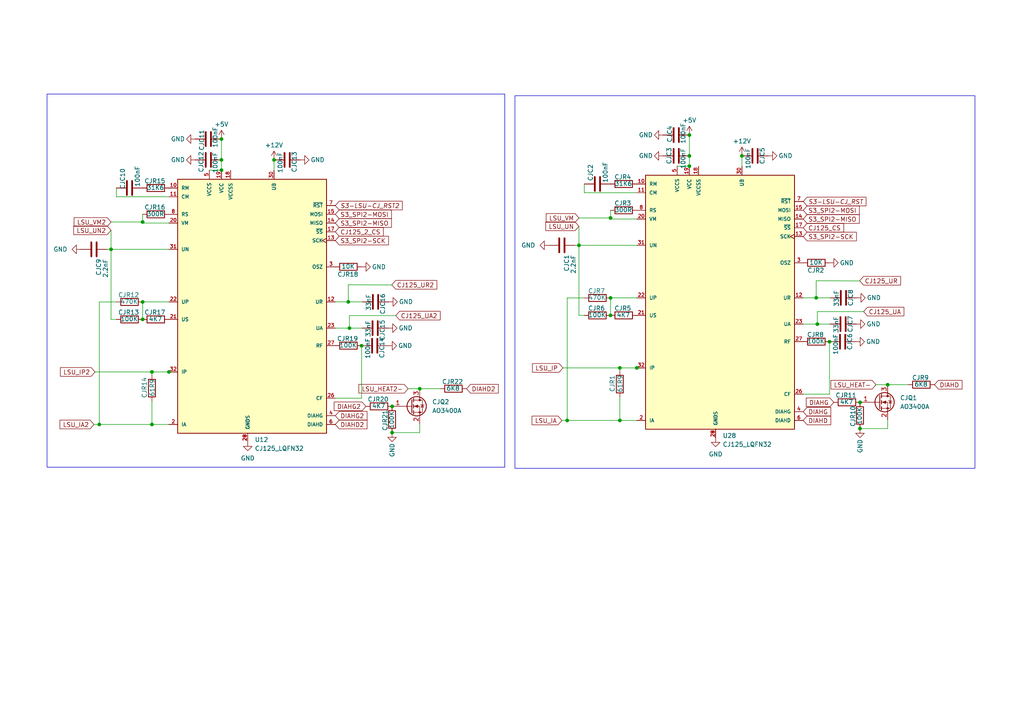
<source format=kicad_sch>
(kicad_sch
	(version 20240101)
	(generator "eeschema")
	(generator_version "8.99")
	(uuid "e67d6fc2-2dd0-48ba-a1b1-c7098133e436")
	(paper "A4")
	(title_block
		(title "OPEN ECU: Lamda Sensor")
		(date "2024-01-30")
		(rev "03-2024")
		(company "WWW.AEONLABS.SCIENCE")
		(comment 1 "Creative Commons non commercial share alike")
		(comment 2 "https://github.com/aeonSolutions/AeonLabs-AI-Volvo-MKII-Open-Hardware")
	)
	(lib_symbols
		(symbol "AeonLabs_Automotive:CJ125_LQFN32"
			(pin_names
				(offset 1.016)
			)
			(exclude_from_sim no)
			(in_bom yes)
			(on_board yes)
			(property "Reference" "U"
				(at -20.32 36.83 0)
				(effects
					(font
						(size 1.27 1.27)
					)
					(justify left bottom)
				)
			)
			(property "Value" "CJ125_LQFN32"
				(at -20.32 -41.91 0)
				(effects
					(font
						(size 1.27 1.27)
					)
					(justify left bottom)
				)
			)
			(property "Footprint" "AeonLabs_Automotive:CJ125 QFN32"
				(at 36.9062 50.0888 0)
				(effects
					(font
						(size 1.27 1.27)
					)
					(justify bottom)
					(hide yes)
				)
			)
			(property "Datasheet" ""
				(at 0 0 0)
				(effects
					(font
						(size 1.27 1.27)
					)
					(hide yes)
				)
			)
			(property "Description" "\nLAMBDA PROBE INTERFACE IC\n"
				(at 62.4586 43.2562 0)
				(effects
					(font
						(size 1.27 1.27)
					)
					(justify bottom)
					(hide yes)
				)
			)
			(property "MF" "Bosch"
				(at 56.5404 50.4444 0)
				(effects
					(font
						(size 1.27 1.27)
					)
					(justify bottom)
					(hide yes)
				)
			)
			(property "Package" "None"
				(at 54.0258 39.9542 0)
				(effects
					(font
						(size 1.27 1.27)
					)
					(justify bottom)
					(hide yes)
				)
			)
			(property "Price" "None"
				(at 0 0 0)
				(effects
					(font
						(size 1.27 1.27)
					)
					(justify bottom)
					(hide yes)
				)
			)
			(property "SnapEDA_Link" "https://www.snapeda.com/parts/CJ125/Bosch/view-part/?ref=snap"
				(at -0.4572 47.2186 0)
				(effects
					(font
						(size 1.27 1.27)
					)
					(justify bottom)
					(hide yes)
				)
			)
			(property "MP" "CJ125"
				(at 48.2854 50.3428 0)
				(effects
					(font
						(size 1.27 1.27)
					)
					(justify bottom)
					(hide yes)
				)
			)
			(property "Availability" "Not in stock"
				(at 53.5686 46.7614 0)
				(effects
					(font
						(size 1.27 1.27)
					)
					(justify bottom)
					(hide yes)
				)
			)
			(property "Check_prices" "https://www.snapeda.com/parts/CJ125/Bosch/view-part/?ref=eda"
				(at -6.9088 50.165 0)
				(effects
					(font
						(size 1.27 1.27)
					)
					(justify bottom)
					(hide yes)
				)
			)
			(symbol "CJ125_LQFN32_0_0"
				(rectangle
					(start -22.86 35.56)
					(end 20.32 -38.1)
					(stroke
						(width 0.254)
						(type default)
					)
					(fill
						(type background)
					)
				)
				(pin passive line
					(at -25.4 33.02 0)
					(length 2.54)
					(name "RM"
						(effects
							(font
								(size 1.016 1.016)
							)
						)
					)
					(number "10"
						(effects
							(font
								(size 1.016 1.016)
							)
						)
					)
				)
				(pin passive line
					(at -25.4 30.48 0)
					(length 2.54)
					(name "CM"
						(effects
							(font
								(size 1.016 1.016)
							)
						)
					)
					(number "11"
						(effects
							(font
								(size 1.016 1.016)
							)
						)
					)
				)
				(pin passive line
					(at 22.86 0 180)
					(length 2.54)
					(name "UR"
						(effects
							(font
								(size 1.016 1.016)
							)
						)
					)
					(number "12"
						(effects
							(font
								(size 1.016 1.016)
							)
						)
					)
				)
				(pin output clock
					(at 22.86 17.78 180)
					(length 2.54)
					(name "SCK"
						(effects
							(font
								(size 1.016 1.016)
							)
						)
					)
					(number "13"
						(effects
							(font
								(size 1.016 1.016)
							)
						)
					)
				)
				(pin output line
					(at 22.86 22.86 180)
					(length 2.54)
					(name "MISO"
						(effects
							(font
								(size 1.016 1.016)
							)
						)
					)
					(number "14"
						(effects
							(font
								(size 1.016 1.016)
							)
						)
					)
				)
				(pin input line
					(at 22.86 25.4 180)
					(length 2.54)
					(name "MOSI"
						(effects
							(font
								(size 1.016 1.016)
							)
						)
					)
					(number "15"
						(effects
							(font
								(size 1.016 1.016)
							)
						)
					)
				)
			)
			(symbol "CJ125_LQFN32_1_0"
				(pin output line
					(at 22.86 20.32 180)
					(length 2.54)
					(name "~{SS}"
						(effects
							(font
								(size 1.016 1.016)
							)
						)
					)
					(number "17"
						(effects
							(font
								(size 1.016 1.016)
							)
						)
					)
				)
				(pin passive line
					(at -7.493 38.1254 270)
					(length 2.54)
					(name "VCCSS"
						(effects
							(font
								(size 1.016 1.016)
							)
						)
					)
					(number "18"
						(effects
							(font
								(size 1.016 1.016)
							)
						)
					)
				)
				(pin passive line
					(at -10.16 38.1 270)
					(length 2.54)
					(name "VCC"
						(effects
							(font
								(size 1.016 1.016)
							)
						)
					)
					(number "19"
						(effects
							(font
								(size 1.016 1.016)
							)
						)
					)
				)
				(pin passive line
					(at -25.4 -35.56 0)
					(length 2.54)
					(name "IA"
						(effects
							(font
								(size 1.016 1.016)
							)
						)
					)
					(number "2"
						(effects
							(font
								(size 1.016 1.016)
							)
						)
					)
				)
				(pin passive line
					(at -25.4 22.86 0)
					(length 2.54)
					(name "VM"
						(effects
							(font
								(size 1.016 1.016)
							)
						)
					)
					(number "20"
						(effects
							(font
								(size 1.016 1.016)
							)
						)
					)
				)
				(pin passive line
					(at -25.4 -5.08 0)
					(length 2.54)
					(name "US"
						(effects
							(font
								(size 1.016 1.016)
							)
						)
					)
					(number "21"
						(effects
							(font
								(size 1.016 1.016)
							)
						)
					)
				)
				(pin passive line
					(at -25.4 0 0)
					(length 2.54)
					(name "UP"
						(effects
							(font
								(size 1.016 1.016)
							)
						)
					)
					(number "22"
						(effects
							(font
								(size 1.016 1.016)
							)
						)
					)
				)
				(pin passive line
					(at 22.86 -7.62 180)
					(length 2.54)
					(name "UA"
						(effects
							(font
								(size 1.016 1.016)
							)
						)
					)
					(number "23"
						(effects
							(font
								(size 1.016 1.016)
							)
						)
					)
				)
				(pin passive line
					(at 22.86 -27.94 180)
					(length 2.54)
					(name "CF"
						(effects
							(font
								(size 1.016 1.016)
							)
						)
					)
					(number "26"
						(effects
							(font
								(size 1.016 1.016)
							)
						)
					)
				)
				(pin passive line
					(at 22.86 -12.7 180)
					(length 2.54)
					(name "RF"
						(effects
							(font
								(size 1.016 1.016)
							)
						)
					)
					(number "27"
						(effects
							(font
								(size 1.016 1.016)
							)
						)
					)
				)
				(pin passive line
					(at -2.54 -40.64 90)
					(length 2.54)
					(name "GNDS"
						(effects
							(font
								(size 1.016 1.016)
							)
						)
					)
					(number "28"
						(effects
							(font
								(size 1.016 1.016)
							)
						)
					)
				)
				(pin passive line
					(at -2.54 -40.64 90)
					(length 2.54)
					(name "GND"
						(effects
							(font
								(size 1.016 1.016)
							)
						)
					)
					(number "29"
						(effects
							(font
								(size 1.016 1.016)
							)
						)
					)
				)
				(pin passive line
					(at 22.86 10.16 180)
					(length 2.54)
					(name "OSZ"
						(effects
							(font
								(size 1.016 1.016)
							)
						)
					)
					(number "3"
						(effects
							(font
								(size 1.016 1.016)
							)
						)
					)
				)
				(pin passive line
					(at 5.08 38.1 270)
					(length 2.54)
					(name "UB"
						(effects
							(font
								(size 1.016 1.016)
							)
						)
					)
					(number "30"
						(effects
							(font
								(size 1.016 1.016)
							)
						)
					)
				)
				(pin passive line
					(at -25.4 15.24 0)
					(length 2.54)
					(name "UN"
						(effects
							(font
								(size 1.016 1.016)
							)
						)
					)
					(number "31"
						(effects
							(font
								(size 1.016 1.016)
							)
						)
					)
				)
				(pin passive line
					(at -25.4 -20.32 0)
					(length 2.54)
					(name "IP"
						(effects
							(font
								(size 1.016 1.016)
							)
						)
					)
					(number "32"
						(effects
							(font
								(size 1.016 1.016)
							)
						)
					)
				)
				(pin input line
					(at 22.86 -33.02 180)
					(length 2.54)
					(name "DIAHG"
						(effects
							(font
								(size 1.016 1.016)
							)
						)
					)
					(number "4"
						(effects
							(font
								(size 1.016 1.016)
							)
						)
					)
				)
				(pin passive line
					(at -13.6906 38.2016 270)
					(length 2.54)
					(name "VCCS"
						(effects
							(font
								(size 1.016 1.016)
							)
						)
					)
					(number "5"
						(effects
							(font
								(size 1.016 1.016)
							)
						)
					)
				)
				(pin input line
					(at 22.86 -35.56 180)
					(length 2.54)
					(name "DIAHD"
						(effects
							(font
								(size 1.016 1.016)
							)
						)
					)
					(number "6"
						(effects
							(font
								(size 1.016 1.016)
							)
						)
					)
				)
				(pin input line
					(at 22.86 27.94 180)
					(length 2.54)
					(name "~{RST}"
						(effects
							(font
								(size 1.016 1.016)
							)
						)
					)
					(number "7"
						(effects
							(font
								(size 1.016 1.016)
							)
						)
					)
				)
				(pin passive line
					(at -25.4 25.4 0)
					(length 2.54)
					(name "RS"
						(effects
							(font
								(size 1.016 1.016)
							)
						)
					)
					(number "8"
						(effects
							(font
								(size 1.016 1.016)
							)
						)
					)
				)
			)
		)
		(symbol "Device:C"
			(pin_numbers hide)
			(pin_names
				(offset 0.254)
			)
			(exclude_from_sim no)
			(in_bom yes)
			(on_board yes)
			(property "Reference" "C"
				(at 0.635 2.54 0)
				(effects
					(font
						(size 1.27 1.27)
					)
					(justify left)
				)
			)
			(property "Value" "C"
				(at 0.635 -2.54 0)
				(effects
					(font
						(size 1.27 1.27)
					)
					(justify left)
				)
			)
			(property "Footprint" ""
				(at 0.9652 -3.81 0)
				(effects
					(font
						(size 1.27 1.27)
					)
					(hide yes)
				)
			)
			(property "Datasheet" "~"
				(at 0 0 0)
				(effects
					(font
						(size 1.27 1.27)
					)
					(hide yes)
				)
			)
			(property "Description" "Unpolarized capacitor"
				(at 0 0 0)
				(effects
					(font
						(size 1.27 1.27)
					)
					(hide yes)
				)
			)
			(property "ki_keywords" "cap capacitor"
				(at 0 0 0)
				(effects
					(font
						(size 1.27 1.27)
					)
					(hide yes)
				)
			)
			(property "ki_fp_filters" "C_*"
				(at 0 0 0)
				(effects
					(font
						(size 1.27 1.27)
					)
					(hide yes)
				)
			)
			(symbol "C_0_1"
				(polyline
					(pts
						(xy -2.032 -0.762) (xy 2.032 -0.762)
					)
					(stroke
						(width 0.508)
						(type default)
					)
					(fill
						(type none)
					)
				)
				(polyline
					(pts
						(xy -2.032 0.762) (xy 2.032 0.762)
					)
					(stroke
						(width 0.508)
						(type default)
					)
					(fill
						(type none)
					)
				)
			)
			(symbol "C_1_1"
				(pin passive line
					(at 0 3.81 270)
					(length 2.794)
					(name "~"
						(effects
							(font
								(size 1.27 1.27)
							)
						)
					)
					(number "1"
						(effects
							(font
								(size 1.27 1.27)
							)
						)
					)
				)
				(pin passive line
					(at 0 -3.81 90)
					(length 2.794)
					(name "~"
						(effects
							(font
								(size 1.27 1.27)
							)
						)
					)
					(number "2"
						(effects
							(font
								(size 1.27 1.27)
							)
						)
					)
				)
			)
		)
		(symbol "Device:R"
			(pin_numbers hide)
			(pin_names
				(offset 0)
			)
			(exclude_from_sim no)
			(in_bom yes)
			(on_board yes)
			(property "Reference" "R"
				(at 2.032 0 90)
				(effects
					(font
						(size 1.27 1.27)
					)
				)
			)
			(property "Value" "R"
				(at 0 0 90)
				(effects
					(font
						(size 1.27 1.27)
					)
				)
			)
			(property "Footprint" ""
				(at -1.778 0 90)
				(effects
					(font
						(size 1.27 1.27)
					)
					(hide yes)
				)
			)
			(property "Datasheet" "~"
				(at 0 0 0)
				(effects
					(font
						(size 1.27 1.27)
					)
					(hide yes)
				)
			)
			(property "Description" "Resistor"
				(at 0 0 0)
				(effects
					(font
						(size 1.27 1.27)
					)
					(hide yes)
				)
			)
			(property "ki_keywords" "R res resistor"
				(at 0 0 0)
				(effects
					(font
						(size 1.27 1.27)
					)
					(hide yes)
				)
			)
			(property "ki_fp_filters" "R_*"
				(at 0 0 0)
				(effects
					(font
						(size 1.27 1.27)
					)
					(hide yes)
				)
			)
			(symbol "R_0_1"
				(rectangle
					(start -1.016 -2.54)
					(end 1.016 2.54)
					(stroke
						(width 0.254)
						(type default)
					)
					(fill
						(type none)
					)
				)
			)
			(symbol "R_1_1"
				(pin passive line
					(at 0 3.81 270)
					(length 1.27)
					(name "~"
						(effects
							(font
								(size 1.27 1.27)
							)
						)
					)
					(number "1"
						(effects
							(font
								(size 1.27 1.27)
							)
						)
					)
				)
				(pin passive line
					(at 0 -3.81 90)
					(length 1.27)
					(name "~"
						(effects
							(font
								(size 1.27 1.27)
							)
						)
					)
					(number "2"
						(effects
							(font
								(size 1.27 1.27)
							)
						)
					)
				)
			)
		)
		(symbol "Transistor_FET:AO3400A"
			(pin_names hide)
			(exclude_from_sim no)
			(in_bom yes)
			(on_board yes)
			(property "Reference" "Q"
				(at 5.08 1.905 0)
				(effects
					(font
						(size 1.27 1.27)
					)
					(justify left)
				)
			)
			(property "Value" "AO3400A"
				(at 5.08 0 0)
				(effects
					(font
						(size 1.27 1.27)
					)
					(justify left)
				)
			)
			(property "Footprint" "Package_TO_SOT_SMD:SOT-23"
				(at 5.08 -1.905 0)
				(effects
					(font
						(size 1.27 1.27)
						(italic yes)
					)
					(justify left)
					(hide yes)
				)
			)
			(property "Datasheet" "http://www.aosmd.com/pdfs/datasheet/AO3400A.pdf"
				(at 5.08 -3.81 0)
				(effects
					(font
						(size 1.27 1.27)
					)
					(justify left)
					(hide yes)
				)
			)
			(property "Description" "30V Vds, 5.7A Id, N-Channel MOSFET, SOT-23"
				(at 0 0 0)
				(effects
					(font
						(size 1.27 1.27)
					)
					(hide yes)
				)
			)
			(property "ki_keywords" "N-Channel MOSFET"
				(at 0 0 0)
				(effects
					(font
						(size 1.27 1.27)
					)
					(hide yes)
				)
			)
			(property "ki_fp_filters" "SOT?23*"
				(at 0 0 0)
				(effects
					(font
						(size 1.27 1.27)
					)
					(hide yes)
				)
			)
			(symbol "AO3400A_0_1"
				(polyline
					(pts
						(xy 0.254 0) (xy -2.54 0)
					)
					(stroke
						(width 0)
						(type default)
					)
					(fill
						(type none)
					)
				)
				(polyline
					(pts
						(xy 0.254 1.905) (xy 0.254 -1.905)
					)
					(stroke
						(width 0.254)
						(type default)
					)
					(fill
						(type none)
					)
				)
				(polyline
					(pts
						(xy 0.762 -1.27) (xy 0.762 -2.286)
					)
					(stroke
						(width 0.254)
						(type default)
					)
					(fill
						(type none)
					)
				)
				(polyline
					(pts
						(xy 0.762 0.508) (xy 0.762 -0.508)
					)
					(stroke
						(width 0.254)
						(type default)
					)
					(fill
						(type none)
					)
				)
				(polyline
					(pts
						(xy 0.762 2.286) (xy 0.762 1.27)
					)
					(stroke
						(width 0.254)
						(type default)
					)
					(fill
						(type none)
					)
				)
				(polyline
					(pts
						(xy 2.54 2.54) (xy 2.54 1.778)
					)
					(stroke
						(width 0)
						(type default)
					)
					(fill
						(type none)
					)
				)
				(polyline
					(pts
						(xy 2.54 -2.54) (xy 2.54 0) (xy 0.762 0)
					)
					(stroke
						(width 0)
						(type default)
					)
					(fill
						(type none)
					)
				)
				(polyline
					(pts
						(xy 0.762 -1.778) (xy 3.302 -1.778) (xy 3.302 1.778) (xy 0.762 1.778)
					)
					(stroke
						(width 0)
						(type default)
					)
					(fill
						(type none)
					)
				)
				(polyline
					(pts
						(xy 1.016 0) (xy 2.032 0.381) (xy 2.032 -0.381) (xy 1.016 0)
					)
					(stroke
						(width 0)
						(type default)
					)
					(fill
						(type outline)
					)
				)
				(polyline
					(pts
						(xy 2.794 0.508) (xy 2.921 0.381) (xy 3.683 0.381) (xy 3.81 0.254)
					)
					(stroke
						(width 0)
						(type default)
					)
					(fill
						(type none)
					)
				)
				(polyline
					(pts
						(xy 3.302 0.381) (xy 2.921 -0.254) (xy 3.683 -0.254) (xy 3.302 0.381)
					)
					(stroke
						(width 0)
						(type default)
					)
					(fill
						(type none)
					)
				)
				(circle
					(center 1.651 0)
					(radius 2.794)
					(stroke
						(width 0.254)
						(type default)
					)
					(fill
						(type none)
					)
				)
				(circle
					(center 2.54 -1.778)
					(radius 0.254)
					(stroke
						(width 0)
						(type default)
					)
					(fill
						(type outline)
					)
				)
				(circle
					(center 2.54 1.778)
					(radius 0.254)
					(stroke
						(width 0)
						(type default)
					)
					(fill
						(type outline)
					)
				)
			)
			(symbol "AO3400A_1_1"
				(pin input line
					(at -5.08 0 0)
					(length 2.54)
					(name "G"
						(effects
							(font
								(size 1.27 1.27)
							)
						)
					)
					(number "1"
						(effects
							(font
								(size 1.27 1.27)
							)
						)
					)
				)
				(pin passive line
					(at 2.54 -5.08 90)
					(length 2.54)
					(name "S"
						(effects
							(font
								(size 1.27 1.27)
							)
						)
					)
					(number "2"
						(effects
							(font
								(size 1.27 1.27)
							)
						)
					)
				)
				(pin passive line
					(at 2.54 5.08 270)
					(length 2.54)
					(name "D"
						(effects
							(font
								(size 1.27 1.27)
							)
						)
					)
					(number "3"
						(effects
							(font
								(size 1.27 1.27)
							)
						)
					)
				)
			)
		)
		(symbol "power:+12V"
			(power)
			(pin_names
				(offset 0)
			)
			(exclude_from_sim no)
			(in_bom yes)
			(on_board yes)
			(property "Reference" "#PWR"
				(at 0 -3.81 0)
				(effects
					(font
						(size 1.27 1.27)
					)
					(hide yes)
				)
			)
			(property "Value" "+12V"
				(at 0 3.556 0)
				(effects
					(font
						(size 1.27 1.27)
					)
				)
			)
			(property "Footprint" ""
				(at 0 0 0)
				(effects
					(font
						(size 1.27 1.27)
					)
					(hide yes)
				)
			)
			(property "Datasheet" ""
				(at 0 0 0)
				(effects
					(font
						(size 1.27 1.27)
					)
					(hide yes)
				)
			)
			(property "Description" "Power symbol creates a global label with name \"+12V\""
				(at 0 0 0)
				(effects
					(font
						(size 1.27 1.27)
					)
					(hide yes)
				)
			)
			(property "ki_keywords" "global power"
				(at 0 0 0)
				(effects
					(font
						(size 1.27 1.27)
					)
					(hide yes)
				)
			)
			(symbol "+12V_0_1"
				(polyline
					(pts
						(xy -0.762 1.27) (xy 0 2.54)
					)
					(stroke
						(width 0)
						(type default)
					)
					(fill
						(type none)
					)
				)
				(polyline
					(pts
						(xy 0 0) (xy 0 2.54)
					)
					(stroke
						(width 0)
						(type default)
					)
					(fill
						(type none)
					)
				)
				(polyline
					(pts
						(xy 0 2.54) (xy 0.762 1.27)
					)
					(stroke
						(width 0)
						(type default)
					)
					(fill
						(type none)
					)
				)
			)
			(symbol "+12V_1_1"
				(pin power_in line
					(at 0 0 90)
					(length 0) hide
					(name "+12V"
						(effects
							(font
								(size 1.27 1.27)
							)
						)
					)
					(number "1"
						(effects
							(font
								(size 1.27 1.27)
							)
						)
					)
				)
			)
		)
		(symbol "power:+5V"
			(power)
			(pin_names
				(offset 0)
			)
			(exclude_from_sim no)
			(in_bom yes)
			(on_board yes)
			(property "Reference" "#PWR"
				(at 0 -3.81 0)
				(effects
					(font
						(size 1.27 1.27)
					)
					(hide yes)
				)
			)
			(property "Value" "+5V"
				(at 0 3.556 0)
				(effects
					(font
						(size 1.27 1.27)
					)
				)
			)
			(property "Footprint" ""
				(at 0 0 0)
				(effects
					(font
						(size 1.27 1.27)
					)
					(hide yes)
				)
			)
			(property "Datasheet" ""
				(at 0 0 0)
				(effects
					(font
						(size 1.27 1.27)
					)
					(hide yes)
				)
			)
			(property "Description" "Power symbol creates a global label with name \"+5V\""
				(at 0 0 0)
				(effects
					(font
						(size 1.27 1.27)
					)
					(hide yes)
				)
			)
			(property "ki_keywords" "global power"
				(at 0 0 0)
				(effects
					(font
						(size 1.27 1.27)
					)
					(hide yes)
				)
			)
			(symbol "+5V_0_1"
				(polyline
					(pts
						(xy -0.762 1.27) (xy 0 2.54)
					)
					(stroke
						(width 0)
						(type default)
					)
					(fill
						(type none)
					)
				)
				(polyline
					(pts
						(xy 0 0) (xy 0 2.54)
					)
					(stroke
						(width 0)
						(type default)
					)
					(fill
						(type none)
					)
				)
				(polyline
					(pts
						(xy 0 2.54) (xy 0.762 1.27)
					)
					(stroke
						(width 0)
						(type default)
					)
					(fill
						(type none)
					)
				)
			)
			(symbol "+5V_1_1"
				(pin power_in line
					(at 0 0 90)
					(length 0) hide
					(name "+5V"
						(effects
							(font
								(size 1.27 1.27)
							)
						)
					)
					(number "1"
						(effects
							(font
								(size 1.27 1.27)
							)
						)
					)
				)
			)
		)
		(symbol "power:GND"
			(power)
			(pin_names
				(offset 0)
			)
			(exclude_from_sim no)
			(in_bom yes)
			(on_board yes)
			(property "Reference" "#PWR"
				(at 0 -6.35 0)
				(effects
					(font
						(size 1.27 1.27)
					)
					(hide yes)
				)
			)
			(property "Value" "GND"
				(at 0 -3.81 0)
				(effects
					(font
						(size 1.27 1.27)
					)
				)
			)
			(property "Footprint" ""
				(at 0 0 0)
				(effects
					(font
						(size 1.27 1.27)
					)
					(hide yes)
				)
			)
			(property "Datasheet" ""
				(at 0 0 0)
				(effects
					(font
						(size 1.27 1.27)
					)
					(hide yes)
				)
			)
			(property "Description" "Power symbol creates a global label with name \"GND\" , ground"
				(at 0 0 0)
				(effects
					(font
						(size 1.27 1.27)
					)
					(hide yes)
				)
			)
			(property "ki_keywords" "global power"
				(at 0 0 0)
				(effects
					(font
						(size 1.27 1.27)
					)
					(hide yes)
				)
			)
			(symbol "GND_0_1"
				(polyline
					(pts
						(xy 0 0) (xy 0 -1.27) (xy 1.27 -1.27) (xy 0 -2.54) (xy -1.27 -1.27) (xy 0 -1.27)
					)
					(stroke
						(width 0)
						(type default)
					)
					(fill
						(type none)
					)
				)
			)
			(symbol "GND_1_1"
				(pin power_in line
					(at 0 0 270)
					(length 0) hide
					(name "GND"
						(effects
							(font
								(size 1.27 1.27)
							)
						)
					)
					(number "1"
						(effects
							(font
								(size 1.27 1.27)
							)
						)
					)
				)
			)
		)
	)
	(junction
		(at 113.7412 117.856)
		(diameter 0)
		(color 0 0 0 0)
		(uuid "067b41ce-4307-4dc7-bd24-f9f1173ad826")
	)
	(junction
		(at 249.428 124.3076)
		(diameter 0)
		(color 0 0 0 0)
		(uuid "06a22e71-18bc-4c8c-ad98-166e5d9197da")
	)
	(junction
		(at 41.3766 92.6338)
		(diameter 0)
		(color 0 0 0 0)
		(uuid "0953d6b7-b7f3-4d5a-ab93-185a2407ed76")
	)
	(junction
		(at 199.9488 45.212)
		(diameter 0)
		(color 0 0 0 0)
		(uuid "0a56c386-3caa-422d-8685-20723e8d61ab")
	)
	(junction
		(at 41.3766 87.5792)
		(diameter 0)
		(color 0 0 0 0)
		(uuid "0f68efa2-a2c7-4727-9572-1110f9e9ca51")
	)
	(junction
		(at 199.9488 48.1838)
		(diameter 0)
		(color 0 0 0 0)
		(uuid "1497e6e7-6b74-4241-89c6-6be28268b699")
	)
	(junction
		(at 64.2366 40.3352)
		(diameter 0)
		(color 0 0 0 0)
		(uuid "164b8f99-74e5-4d3f-910a-a5d719ffbd50")
	)
	(junction
		(at 44.069 107.8738)
		(diameter 0)
		(color 0 0 0 0)
		(uuid "195a5ac1-ac5a-471a-bace-e3a7c8e6efd2")
	)
	(junction
		(at 41.3766 64.389)
		(diameter 0)
		(color 0 0 0 0)
		(uuid "216bdcdc-34c1-4eb0-8c91-ba6a4c69cd85")
	)
	(junction
		(at 177.0888 91.4654)
		(diameter 0)
		(color 0 0 0 0)
		(uuid "2bf84e13-75bb-477c-9a0f-12d0646a016f")
	)
	(junction
		(at 179.7812 121.9454)
		(diameter 0)
		(color 0 0 0 0)
		(uuid "2e7a4ed1-ac46-48c7-8d24-99433ad401a5")
	)
	(junction
		(at 177.0888 63.2206)
		(diameter 0)
		(color 0 0 0 0)
		(uuid "415a33b1-14d9-44d9-b4f5-a84e8d659c05")
	)
	(junction
		(at 64.2366 49.3522)
		(diameter 0)
		(color 0 0 0 0)
		(uuid "43a2800f-ad93-4c3f-ac70-1ab462680422")
	)
	(junction
		(at 164.5158 121.9454)
		(diameter 0)
		(color 0 0 0 0)
		(uuid "560aa64c-0b32-4721-b05e-1bae3a323cfc")
	)
	(junction
		(at 215.1888 45.212)
		(diameter 0)
		(color 0 0 0 0)
		(uuid "5722c9b5-10df-4ade-8928-c284a3202fac")
	)
	(junction
		(at 249.4534 116.6876)
		(diameter 0)
		(color 0 0 0 0)
		(uuid "68ac15c5-a966-4b4b-b371-8379d1bb3d06")
	)
	(junction
		(at 44.069 123.1138)
		(diameter 0)
		(color 0 0 0 0)
		(uuid "6fcce0ad-11c1-4cd7-b4be-29b061c42181")
	)
	(junction
		(at 257.4544 111.5822)
		(diameter 0)
		(color 0 0 0 0)
		(uuid "7a6653dd-1ca5-452b-b7e5-e2451f5d4099")
	)
	(junction
		(at 113.7158 125.476)
		(diameter 0)
		(color 0 0 0 0)
		(uuid "82c5212c-04b7-4335-8c33-c04b1d32191a")
	)
	(junction
		(at 121.7422 112.7506)
		(diameter 0)
		(color 0 0 0 0)
		(uuid "8a9c6024-c693-44c6-971e-88c0004a70ab")
	)
	(junction
		(at 101.346 95.1738)
		(diameter 0)
		(color 0 0 0 0)
		(uuid "972b2448-206b-49a0-b4ac-5d3627bbfdee")
	)
	(junction
		(at 237.0582 94.0054)
		(diameter 0)
		(color 0 0 0 0)
		(uuid "97b4aad2-307b-4295-aee2-64fa75d7b3c0")
	)
	(junction
		(at 167.9194 71.1454)
		(diameter 0)
		(color 0 0 0 0)
		(uuid "9d23ab14-6e7c-4d21-aea6-f34efeeba0c0")
	)
	(junction
		(at 199.9488 39.1668)
		(diameter 0)
		(color 0 0 0 0)
		(uuid "a1824092-7404-4d86-9131-cdc7171797a2")
	)
	(junction
		(at 184.7088 106.7054)
		(diameter 0)
		(color 0 0 0 0)
		(uuid "a4bb74c1-98b6-44ee-b667-395bba725b12")
	)
	(junction
		(at 104.8766 100.2792)
		(diameter 0)
		(color 0 0 0 0)
		(uuid "acd19168-fbfa-4117-9d72-626c9112b62e")
	)
	(junction
		(at 179.7812 106.7054)
		(diameter 0)
		(color 0 0 0 0)
		(uuid "b422b66c-88e7-414a-9125-b99324ddd65e")
	)
	(junction
		(at 64.2366 46.3804)
		(diameter 0)
		(color 0 0 0 0)
		(uuid "b44d1760-3c08-4cb2-8c0e-4685530d9a6d")
	)
	(junction
		(at 236.728 86.3854)
		(diameter 0)
		(color 0 0 0 0)
		(uuid "c024e22e-c2f5-4e9d-ba1f-abd69b1c672b")
	)
	(junction
		(at 101.0158 87.5538)
		(diameter 0)
		(color 0 0 0 0)
		(uuid "c4af1a61-b952-4ef6-aed7-4a1813c21c38")
	)
	(junction
		(at 240.5888 99.1108)
		(diameter 0)
		(color 0 0 0 0)
		(uuid "c5144ce1-86cb-4a7a-b6a6-a83279eaaf48")
	)
	(junction
		(at 28.8036 123.1138)
		(diameter 0)
		(color 0 0 0 0)
		(uuid "ceec34d9-76c9-4953-9dbc-a7f418f56e3d")
	)
	(junction
		(at 32.2072 72.3138)
		(diameter 0)
		(color 0 0 0 0)
		(uuid "d4abe121-2d12-4c5d-b8cd-31ab817e2fdc")
	)
	(junction
		(at 48.9966 107.8738)
		(diameter 0)
		(color 0 0 0 0)
		(uuid "d8035fc1-6e97-4cae-88a4-fb2b6b9dd9a2")
	)
	(junction
		(at 79.4766 46.3804)
		(diameter 0)
		(color 0 0 0 0)
		(uuid "e9f52052-e55c-41f4-8df4-11d7ad1346c8")
	)
	(junction
		(at 177.0888 86.4108)
		(diameter 0)
		(color 0 0 0 0)
		(uuid "fba26fd1-fb08-46fc-98fa-e46d18edc3d5")
	)
	(wire
		(pts
			(xy 249.4788 116.6876) (xy 249.4788 116.6622)
		)
		(stroke
			(width 0)
			(type default)
		)
		(uuid "00146527-0279-497a-ad93-64b570b434c4")
	)
	(wire
		(pts
			(xy 199.9488 39.1668) (xy 199.9488 45.212)
		)
		(stroke
			(width 0)
			(type default)
		)
		(uuid "04728986-813c-46c0-b0e2-73fafeb024ce")
	)
	(wire
		(pts
			(xy 27.2542 123.1138) (xy 28.8036 123.1138)
		)
		(stroke
			(width 0)
			(type default)
		)
		(uuid "0cb2ad4e-1e2f-4c09-b1ea-5c436392fdfc")
	)
	(wire
		(pts
			(xy 64.2366 46.3804) (xy 64.2366 49.3522)
		)
		(stroke
			(width 0)
			(type default)
		)
		(uuid "0cb8ce1e-6752-4baa-bea1-a2b55ae3bb82")
	)
	(wire
		(pts
			(xy 240.5888 114.3254) (xy 240.5888 99.1108)
		)
		(stroke
			(width 0)
			(type default)
		)
		(uuid "0f1f170e-634e-4abc-80f9-46a59a8d82fd")
	)
	(wire
		(pts
			(xy 44.069 107.8738) (xy 48.9966 107.8738)
		)
		(stroke
			(width 0)
			(type default)
		)
		(uuid "0f7dc82e-7be5-4c28-a386-ddbb4a3f8ebc")
	)
	(wire
		(pts
			(xy 199.9488 45.212) (xy 199.9488 48.1838)
		)
		(stroke
			(width 0)
			(type default)
		)
		(uuid "10255b31-4072-4819-ab54-8de6f79b9a53")
	)
	(wire
		(pts
			(xy 254.0762 111.5822) (xy 257.4544 111.5822)
		)
		(stroke
			(width 0)
			(type default)
		)
		(uuid "10e4cf49-6433-49e8-be4d-837b2f3cd8c6")
	)
	(wire
		(pts
			(xy 101.0158 87.5538) (xy 105.1052 87.5538)
		)
		(stroke
			(width 0)
			(type default)
		)
		(uuid "10e7f5a9-747c-4a04-ac02-0bd789bc28da")
	)
	(wire
		(pts
			(xy 164.5158 121.9454) (xy 179.7812 121.9454)
		)
		(stroke
			(width 0)
			(type default)
		)
		(uuid "1379fe33-160b-40c2-9c85-e48614575945")
	)
	(wire
		(pts
			(xy 167.9194 91.4654) (xy 169.4688 91.4654)
		)
		(stroke
			(width 0)
			(type default)
		)
		(uuid "15d3e88d-97f7-4e3a-a2e8-211f06266e21")
	)
	(wire
		(pts
			(xy 169.4688 55.9054) (xy 169.4688 53.3654)
		)
		(stroke
			(width 0)
			(type default)
		)
		(uuid "17bd0788-3040-4991-8174-6b41655f729c")
	)
	(wire
		(pts
			(xy 167.9194 71.1454) (xy 167.9194 91.4654)
		)
		(stroke
			(width 0)
			(type default)
		)
		(uuid "1801f441-3d78-4fc6-8548-a45fead0cd1d")
	)
	(wire
		(pts
			(xy 166.7764 71.1454) (xy 167.9194 71.1454)
		)
		(stroke
			(width 0)
			(type default)
		)
		(uuid "18ebf83d-b7a6-4c47-9475-e665537d02e9")
	)
	(wire
		(pts
			(xy 237.0582 94.0054) (xy 240.7158 94.0054)
		)
		(stroke
			(width 0)
			(type default)
		)
		(uuid "1e2d1e0d-46fa-4cf2-8f69-9e1bb5ba1c04")
	)
	(wire
		(pts
			(xy 97.2566 87.5538) (xy 101.0158 87.5538)
		)
		(stroke
			(width 0)
			(type default)
		)
		(uuid "24974831-f904-43a2-a721-e4933e943509")
	)
	(wire
		(pts
			(xy 169.4688 86.4108) (xy 164.5158 86.4108)
		)
		(stroke
			(width 0)
			(type default)
		)
		(uuid "29e96749-fda6-452f-a549-4f6a1d41d4b3")
	)
	(wire
		(pts
			(xy 237.0582 94.0054) (xy 237.0582 90.3732)
		)
		(stroke
			(width 0)
			(type default)
		)
		(uuid "2bf3546a-ed1c-4836-95c3-c3907219afb6")
	)
	(wire
		(pts
			(xy 113.7666 117.856) (xy 113.7666 117.8306)
		)
		(stroke
			(width 0)
			(type default)
		)
		(uuid "317caf33-f91d-457a-8cba-3d8708119e34")
	)
	(wire
		(pts
			(xy 79.4766 46.3804) (xy 79.4766 49.4538)
		)
		(stroke
			(width 0)
			(type default)
		)
		(uuid "3343d02f-7554-4958-a882-87d02f1af8f6")
	)
	(wire
		(pts
			(xy 257.4544 124.3076) (xy 257.4544 121.7422)
		)
		(stroke
			(width 0)
			(type default)
		)
		(uuid "3563558a-194a-4ec0-bfb3-64727300c4b2")
	)
	(wire
		(pts
			(xy 44.069 107.8738) (xy 44.069 108.7628)
		)
		(stroke
			(width 0)
			(type default)
		)
		(uuid "383f400e-1def-4ef4-b85e-6e45cf881efa")
	)
	(wire
		(pts
			(xy 184.7088 106.7054) (xy 184.7342 106.7054)
		)
		(stroke
			(width 0)
			(type default)
		)
		(uuid "3dbe1832-1bcf-43fe-85be-c88c595c0d74")
	)
	(wire
		(pts
			(xy 236.728 86.3854) (xy 240.8174 86.3854)
		)
		(stroke
			(width 0)
			(type default)
		)
		(uuid "3e92a01f-1079-4110-8060-34ab3803f08b")
	)
	(wire
		(pts
			(xy 177.0888 63.2206) (xy 177.0888 63.5254)
		)
		(stroke
			(width 0)
			(type default)
		)
		(uuid "43948c7c-c9f2-40ea-b8cd-6b3a7407f429")
	)
	(wire
		(pts
			(xy 64.2366 40.3352) (xy 64.2366 46.3804)
		)
		(stroke
			(width 0)
			(type default)
		)
		(uuid "449301ac-dc70-4fa4-876a-40f00de99237")
	)
	(wire
		(pts
			(xy 97.2566 115.4938) (xy 104.8766 115.4938)
		)
		(stroke
			(width 0)
			(type default)
		)
		(uuid "45591654-c3d6-4ffb-bc02-7218ccb68b08")
	)
	(wire
		(pts
			(xy 162.9664 121.9454) (xy 164.5158 121.9454)
		)
		(stroke
			(width 0)
			(type default)
		)
		(uuid "45d6db64-c5e2-4ea8-8b09-6f281a6f4f77")
	)
	(wire
		(pts
			(xy 121.7422 125.476) (xy 121.7422 122.9106)
		)
		(stroke
			(width 0)
			(type default)
		)
		(uuid "486d8cf2-44b5-4f46-a831-4d2559640fb5")
	)
	(wire
		(pts
			(xy 249.4534 116.6876) (xy 249.4788 116.6876)
		)
		(stroke
			(width 0)
			(type default)
		)
		(uuid "4f7a3855-6798-4d0c-a34d-c811110e363b")
	)
	(wire
		(pts
			(xy 101.0158 82.6008) (xy 113.6396 82.6516)
		)
		(stroke
			(width 0)
			(type default)
		)
		(uuid "5474ea40-a377-467d-901a-871e20b693e7")
	)
	(wire
		(pts
			(xy 28.8036 123.1138) (xy 44.069 123.1138)
		)
		(stroke
			(width 0)
			(type default)
		)
		(uuid "57025975-e334-45f5-8d62-4a34a82f51c3")
	)
	(wire
		(pts
			(xy 179.7812 121.9454) (xy 184.7088 121.9454)
		)
		(stroke
			(width 0)
			(type default)
		)
		(uuid "577f6d5d-9311-4e03-847a-62a08fcb7a2f")
	)
	(wire
		(pts
			(xy 33.7566 87.5792) (xy 28.8036 87.5792)
		)
		(stroke
			(width 0)
			(type default)
		)
		(uuid "5a140582-19f6-437b-ad3c-2bd49c35977a")
	)
	(wire
		(pts
			(xy 33.7566 57.0738) (xy 33.7566 54.5338)
		)
		(stroke
			(width 0)
			(type default)
		)
		(uuid "5dc6704e-b4f9-4197-808f-d4a863255fb3")
	)
	(wire
		(pts
			(xy 31.0642 72.3138) (xy 32.2072 72.3138)
		)
		(stroke
			(width 0)
			(type default)
		)
		(uuid "5e3c8784-f222-45eb-987c-f4677250e7c1")
	)
	(wire
		(pts
			(xy 113.7158 117.856) (xy 113.7412 117.856)
		)
		(stroke
			(width 0)
			(type default)
		)
		(uuid "613abb34-a7c2-4ae1-836d-25ad5ce26e4a")
	)
	(wire
		(pts
			(xy 118.364 112.7506) (xy 121.7422 112.7506)
		)
		(stroke
			(width 0)
			(type default)
		)
		(uuid "61444921-0420-420b-81b5-8735e13472de")
	)
	(wire
		(pts
			(xy 41.3766 87.5792) (xy 41.3766 92.6338)
		)
		(stroke
			(width 0)
			(type default)
		)
		(uuid "6364a2fa-5e84-410a-922f-740c8670954a")
	)
	(wire
		(pts
			(xy 113.7412 117.856) (xy 113.7666 117.856)
		)
		(stroke
			(width 0)
			(type default)
		)
		(uuid "63f18530-9d40-4a0b-b408-ccba731df395")
	)
	(wire
		(pts
			(xy 249.3518 81.4324) (xy 249.3518 81.4832)
		)
		(stroke
			(width 0)
			(type default)
		)
		(uuid "6530bb5f-2750-4bb7-96bd-d02a48184da8")
	)
	(wire
		(pts
			(xy 232.9688 86.3854) (xy 236.728 86.3854)
		)
		(stroke
			(width 0)
			(type default)
		)
		(uuid "6c48b216-d2b4-4164-931f-6e4b956d6fcb")
	)
	(wire
		(pts
			(xy 64.2366 49.3522) (xy 64.2366 49.4538)
		)
		(stroke
			(width 0)
			(type default)
		)
		(uuid "6d2cb780-2c6f-408e-81a6-5ef509aeef23")
	)
	(wire
		(pts
			(xy 48.9966 87.5538) (xy 41.3766 87.5538)
		)
		(stroke
			(width 0)
			(type default)
		)
		(uuid "7077d77c-859c-4993-ace3-af749b499eec")
	)
	(wire
		(pts
			(xy 164.5158 86.4108) (xy 164.5158 121.9454)
		)
		(stroke
			(width 0)
			(type default)
		)
		(uuid "720df99f-bb64-4e8c-972c-de9c8e64d8c1")
	)
	(wire
		(pts
			(xy 113.6396 82.6008) (xy 113.6396 82.6516)
		)
		(stroke
			(width 0)
			(type default)
		)
		(uuid "72eb978a-6306-4772-bf80-c522f83a0bd3")
	)
	(wire
		(pts
			(xy 236.728 81.4324) (xy 249.3518 81.4832)
		)
		(stroke
			(width 0)
			(type default)
		)
		(uuid "777bca8a-9ba8-45b0-ae75-b26ef75af34b")
	)
	(wire
		(pts
			(xy 101.346 95.1738) (xy 105.0036 95.1738)
		)
		(stroke
			(width 0)
			(type default)
		)
		(uuid "77a268db-23eb-4e39-bdf1-297ec3a29cd1")
	)
	(wire
		(pts
			(xy 32.2072 64.389) (xy 41.3766 64.389)
		)
		(stroke
			(width 0)
			(type default)
		)
		(uuid "7a98cd80-65e5-4d75-9dc8-3490ad04d269")
	)
	(wire
		(pts
			(xy 44.069 123.1138) (xy 44.069 116.3828)
		)
		(stroke
			(width 0)
			(type default)
		)
		(uuid "7cd79ccc-02dc-4459-a779-13be639efb48")
	)
	(wire
		(pts
			(xy 177.0888 86.4108) (xy 177.0888 91.4654)
		)
		(stroke
			(width 0)
			(type default)
		)
		(uuid "7f40e888-fdfb-4441-bce4-0aa9fd089404")
	)
	(wire
		(pts
			(xy 41.3766 87.5538) (xy 41.3766 87.5792)
		)
		(stroke
			(width 0)
			(type default)
		)
		(uuid "7f7a2f00-346b-4270-8188-c95d62b995c7")
	)
	(wire
		(pts
			(xy 28.8036 87.5792) (xy 28.8036 123.1138)
		)
		(stroke
			(width 0)
			(type default)
		)
		(uuid "7fce8e7b-78b7-4a51-bf73-4eb0e5f69778")
	)
	(wire
		(pts
			(xy 33.7566 57.0738) (xy 48.9966 57.0738)
		)
		(stroke
			(width 0)
			(type default)
		)
		(uuid "7fdd538c-19ae-4acf-a44b-c0f985129b24")
	)
	(wire
		(pts
			(xy 41.3766 64.6938) (xy 48.9966 64.6938)
		)
		(stroke
			(width 0)
			(type default)
		)
		(uuid "81f124dd-17c6-4ff9-a3f4-d43541a970eb")
	)
	(wire
		(pts
			(xy 179.7812 106.7054) (xy 184.7088 106.7054)
		)
		(stroke
			(width 0)
			(type default)
		)
		(uuid "8225176c-e7c1-4c2d-b765-73bff2842887")
	)
	(wire
		(pts
			(xy 27.559 107.8738) (xy 44.069 107.8738)
		)
		(stroke
			(width 0)
			(type default)
		)
		(uuid "83837fb0-301c-48fa-8b62-03a466ba0b98")
	)
	(wire
		(pts
			(xy 169.4688 55.9054) (xy 184.7088 55.9054)
		)
		(stroke
			(width 0)
			(type default)
		)
		(uuid "8bbeb791-4c9c-4905-8193-d4de53171049")
	)
	(wire
		(pts
			(xy 163.2712 106.7054) (xy 179.7812 106.7054)
		)
		(stroke
			(width 0)
			(type default)
		)
		(uuid "8c2eace7-9f1e-466b-9054-cd255488162c")
	)
	(wire
		(pts
			(xy 60.706 49.3522) (xy 64.2366 49.3522)
		)
		(stroke
			(width 0)
			(type default)
		)
		(uuid "8fcab6b3-7a34-482a-b0c8-d7915ccff7e0")
	)
	(wire
		(pts
			(xy 179.7812 106.7054) (xy 179.7812 107.5944)
		)
		(stroke
			(width 0)
			(type default)
		)
		(uuid "909e0c87-0254-4fef-9459-c1a8dd9012fa")
	)
	(wire
		(pts
			(xy 32.2072 72.3138) (xy 32.2072 92.6338)
		)
		(stroke
			(width 0)
			(type default)
		)
		(uuid "91be5b51-29ba-4048-9517-7b1af9ea7407")
	)
	(wire
		(pts
			(xy 121.7422 112.7506) (xy 127.7112 112.7506)
		)
		(stroke
			(width 0)
			(type default)
		)
		(uuid "93f2f239-6973-4fd9-80f8-d6ec313dda75")
	)
	(wire
		(pts
			(xy 167.9194 65.6336) (xy 167.9194 71.1454)
		)
		(stroke
			(width 0)
			(type default)
		)
		(uuid "9572789d-7997-4f84-8297-d8bbf68f517f")
	)
	(wire
		(pts
			(xy 177.0888 63.2206) (xy 177.0888 60.9854)
		)
		(stroke
			(width 0)
			(type default)
		)
		(uuid "97efe0e2-0470-400a-bb0e-f186900449d5")
	)
	(wire
		(pts
			(xy 97.2566 95.1738) (xy 101.346 95.1738)
		)
		(stroke
			(width 0)
			(type default)
		)
		(uuid "a01235bf-5d30-49bd-8c2f-72636dc9825f")
	)
	(wire
		(pts
			(xy 236.728 86.3854) (xy 236.728 81.4324)
		)
		(stroke
			(width 0)
			(type default)
		)
		(uuid "a126e3f6-7c11-468d-889f-d5f0ec4383d0")
	)
	(wire
		(pts
			(xy 113.7158 125.476) (xy 121.7422 125.476)
		)
		(stroke
			(width 0)
			(type default)
		)
		(uuid "a282d877-f377-45c2-a4a9-a7f52b6ed489")
	)
	(wire
		(pts
			(xy 41.3766 64.389) (xy 41.3766 62.1538)
		)
		(stroke
			(width 0)
			(type default)
		)
		(uuid "a793b3c0-fae3-456b-80c3-21da1ba7676c")
	)
	(wire
		(pts
			(xy 32.2072 66.802) (xy 32.2072 72.3138)
		)
		(stroke
			(width 0)
			(type default)
		)
		(uuid "b0ad2ef1-b4f6-4e41-8e27-424ceaeb6ce2")
	)
	(wire
		(pts
			(xy 179.7812 121.9454) (xy 179.7812 115.2144)
		)
		(stroke
			(width 0)
			(type default)
		)
		(uuid "b82a6a62-9054-4f6d-a04c-4e689ba05200")
	)
	(wire
		(pts
			(xy 101.0158 87.5538) (xy 101.0158 82.6008)
		)
		(stroke
			(width 0)
			(type default)
		)
		(uuid "b92e0437-b178-4358-9f31-31701c68fe01")
	)
	(wire
		(pts
			(xy 177.0888 63.5254) (xy 184.7088 63.5254)
		)
		(stroke
			(width 0)
			(type default)
		)
		(uuid "bacb711e-a4fc-490a-914f-738c43efcb61")
	)
	(wire
		(pts
			(xy 196.4182 48.1838) (xy 199.9488 48.1838)
		)
		(stroke
			(width 0)
			(type default)
		)
		(uuid "bd41399b-0b60-4cba-a0f1-843196e036b6")
	)
	(wire
		(pts
			(xy 257.4544 111.5822) (xy 263.4234 111.5822)
		)
		(stroke
			(width 0)
			(type default)
		)
		(uuid "be4a2928-29c5-4253-bdd0-3446260932c5")
	)
	(wire
		(pts
			(xy 113.7666 117.8306) (xy 114.1222 117.8306)
		)
		(stroke
			(width 0)
			(type default)
		)
		(uuid "c6a847e3-bf65-4af9-b08d-9ebe85148b8a")
	)
	(wire
		(pts
			(xy 101.346 95.1738) (xy 101.346 91.5416)
		)
		(stroke
			(width 0)
			(type default)
		)
		(uuid "c7825cb7-9cc9-4a05-ab56-9376175777ab")
	)
	(wire
		(pts
			(xy 104.8766 115.4938) (xy 104.8766 100.2792)
		)
		(stroke
			(width 0)
			(type default)
		)
		(uuid "cd3557a3-383c-40c5-ad37-0a89b4f59965")
	)
	(wire
		(pts
			(xy 215.1888 45.212) (xy 215.1888 48.2854)
		)
		(stroke
			(width 0)
			(type default)
		)
		(uuid "cffa5f69-13e1-4748-9acd-b8fbf863a91f")
	)
	(wire
		(pts
			(xy 249.428 124.3076) (xy 249.428 124.3838)
		)
		(stroke
			(width 0)
			(type default)
		)
		(uuid "d1a7f9e5-e7b4-4934-a323-8f2af4e23919")
	)
	(wire
		(pts
			(xy 249.428 116.6876) (xy 249.4534 116.6876)
		)
		(stroke
			(width 0)
			(type default)
		)
		(uuid "d3a136f8-7035-4c47-b975-ff7cfcd746bc")
	)
	(wire
		(pts
			(xy 48.9966 107.8738) (xy 49.022 107.8738)
		)
		(stroke
			(width 0)
			(type default)
		)
		(uuid "d7e493d6-3fd1-4232-8a97-8bdfaabcb910")
	)
	(wire
		(pts
			(xy 237.0582 90.3732) (xy 250.4948 90.3732)
		)
		(stroke
			(width 0)
			(type default)
		)
		(uuid "d8c3720f-d162-4b66-8ffc-8a00d0fa2405")
	)
	(wire
		(pts
			(xy 101.346 91.5416) (xy 114.7826 91.5416)
		)
		(stroke
			(width 0)
			(type default)
		)
		(uuid "dbe64fb4-4512-4210-9a86-6b9e569919f0")
	)
	(wire
		(pts
			(xy 104.8766 100.2792) (xy 104.8766 100.2538)
		)
		(stroke
			(width 0)
			(type default)
		)
		(uuid "dd1789a5-7d43-473d-8ec8-3f6440f340fe")
	)
	(wire
		(pts
			(xy 199.9488 48.1838) (xy 199.9488 48.2854)
		)
		(stroke
			(width 0)
			(type default)
		)
		(uuid "e1045152-be9c-4161-8d64-e58cc50ef9bc")
	)
	(wire
		(pts
			(xy 232.9688 94.0054) (xy 237.0582 94.0054)
		)
		(stroke
			(width 0)
			(type default)
		)
		(uuid "e53d2a02-b265-4a0b-adc0-00ec5b9e0aad")
	)
	(wire
		(pts
			(xy 240.5888 99.1108) (xy 240.5888 99.0854)
		)
		(stroke
			(width 0)
			(type default)
		)
		(uuid "e8d2a859-1f81-412f-8836-f1156ae8635b")
	)
	(wire
		(pts
			(xy 167.9194 71.1454) (xy 184.7088 71.1454)
		)
		(stroke
			(width 0)
			(type default)
		)
		(uuid "eadfd92b-91fd-4cb9-8d6e-5e308cc07cdd")
	)
	(wire
		(pts
			(xy 167.9194 63.2206) (xy 177.0888 63.2206)
		)
		(stroke
			(width 0)
			(type default)
		)
		(uuid "ee8db702-998a-4b25-914b-41e7860af0c7")
	)
	(wire
		(pts
			(xy 32.2072 72.3138) (xy 48.9966 72.3138)
		)
		(stroke
			(width 0)
			(type default)
		)
		(uuid "efe7979d-f317-40ea-9f5a-af355fcfc796")
	)
	(wire
		(pts
			(xy 44.069 123.1138) (xy 48.9966 123.1138)
		)
		(stroke
			(width 0)
			(type default)
		)
		(uuid "f047739f-070c-441e-bed1-b11142352827")
	)
	(wire
		(pts
			(xy 249.428 124.3076) (xy 257.4544 124.3076)
		)
		(stroke
			(width 0)
			(type default)
		)
		(uuid "f1144eff-6344-4647-a5b2-c947c000fa49")
	)
	(wire
		(pts
			(xy 232.9688 114.3254) (xy 240.5888 114.3254)
		)
		(stroke
			(width 0)
			(type default)
		)
		(uuid "f4d0615e-e3af-4173-bba8-7a4f0d8392ee")
	)
	(wire
		(pts
			(xy 177.0888 86.3854) (xy 177.0888 86.4108)
		)
		(stroke
			(width 0)
			(type default)
		)
		(uuid "f76d4294-d04b-4b34-a3eb-2405ab8a34b7")
	)
	(wire
		(pts
			(xy 249.4788 116.6622) (xy 249.8344 116.6622)
		)
		(stroke
			(width 0)
			(type default)
		)
		(uuid "f810dde7-f1d2-408a-bb7b-d62f0becb0bc")
	)
	(wire
		(pts
			(xy 41.3766 64.389) (xy 41.3766 64.6938)
		)
		(stroke
			(width 0)
			(type default)
		)
		(uuid "f86ce694-5fc6-4532-9efd-30817bd920e5")
	)
	(wire
		(pts
			(xy 32.2072 92.6338) (xy 33.7566 92.6338)
		)
		(stroke
			(width 0)
			(type default)
		)
		(uuid "fc21ccd9-8ca6-422f-9370-518f54a6c03d")
	)
	(wire
		(pts
			(xy 113.7158 125.476) (xy 113.7158 125.5522)
		)
		(stroke
			(width 0)
			(type default)
		)
		(uuid "fc5f144e-f2a6-424b-aeca-c16e241004a9")
	)
	(wire
		(pts
			(xy 184.7088 86.3854) (xy 177.0888 86.3854)
		)
		(stroke
			(width 0)
			(type default)
		)
		(uuid "fc7fed4a-ac44-49df-b4a0-7be518494998")
	)
	(rectangle
		(start 149.352 27.7622)
		(end 282.7782 135.8392)
		(stroke
			(width 0)
			(type default)
		)
		(fill
			(type none)
		)
		(uuid 11c11665-956f-4e0d-ba25-d0c555e9c812)
	)
	(rectangle
		(start 13.6398 27.2796)
		(end 146.4056 135.509)
		(stroke
			(width 0)
			(type default)
		)
		(fill
			(type none)
		)
		(uuid 6be37cf0-aa19-47de-959e-ee0914b4b3fc)
	)
	(global_label "LSU_UN"
		(shape input)
		(at 167.9194 65.6336 180)
		(fields_autoplaced yes)
		(effects
			(font
				(size 1.27 1.27)
			)
			(justify right)
		)
		(uuid "01ea476a-c90b-4dae-b995-3c9c26bd90aa")
		(property "Intersheetrefs" "${INTERSHEET_REFS}"
			(at 158.3917 65.6336 0)
			(effects
				(font
					(size 1.27 1.27)
				)
				(justify right)
				(hide yes)
			)
		)
	)
	(global_label "LSU_HEAT2-"
		(shape input)
		(at 118.364 112.7506 180)
		(fields_autoplaced yes)
		(effects
			(font
				(size 1.27 1.27)
			)
			(justify right)
		)
		(uuid "15e286ec-fcc8-43f6-99a2-85428fbca055")
		(property "Intersheetrefs" "${INTERSHEET_REFS}"
			(at 104.1797 112.7506 0)
			(effects
				(font
					(size 1.27 1.27)
				)
				(justify right)
				(hide yes)
			)
		)
	)
	(global_label "DIAHD2"
		(shape input)
		(at 135.3312 112.7506 0)
		(fields_autoplaced yes)
		(effects
			(font
				(size 1.27 1.27)
			)
			(justify left)
		)
		(uuid "1bcdfa6c-b7a4-4535-9760-47f1ce68b027")
		(property "Intersheetrefs" "${INTERSHEET_REFS}"
			(at 144.4356 112.7506 0)
			(effects
				(font
					(size 1.27 1.27)
				)
				(justify left)
				(hide yes)
			)
		)
	)
	(global_label "DIAHG2"
		(shape input)
		(at 97.2566 120.5738 0)
		(fields_autoplaced yes)
		(effects
			(font
				(size 1.27 1.27)
			)
			(justify left)
		)
		(uuid "1fa26a0a-4833-416a-b0d8-1478feb82308")
		(property "Intersheetrefs" "${INTERSHEET_REFS}"
			(at 106.361 120.5738 0)
			(effects
				(font
					(size 1.27 1.27)
				)
				(justify left)
				(hide yes)
			)
		)
	)
	(global_label "S3-LSU-CJ_RST"
		(shape input)
		(at 232.9688 58.4454 0)
		(fields_autoplaced yes)
		(effects
			(font
				(size 1.27 1.27)
				(italic yes)
			)
			(justify left)
		)
		(uuid "1ff8b4ba-3ce2-437d-b2f4-8b32c4ac3b1c")
		(property "Intersheetrefs" "${INTERSHEET_REFS}"
			(at 251.084 58.4454 0)
			(effects
				(font
					(size 1.27 1.27)
					(italic yes)
				)
				(justify left)
				(hide yes)
			)
		)
	)
	(global_label "CJ125_2_CS"
		(shape input)
		(at 97.2566 67.2338 0)
		(fields_autoplaced yes)
		(effects
			(font
				(size 1.27 1.27)
			)
			(justify left)
		)
		(uuid "272a4006-2467-45ad-a009-f063a7002b3e")
		(property "Intersheetrefs" "${INTERSHEET_REFS}"
			(at 111.0779 67.2338 0)
			(effects
				(font
					(size 1.27 1.27)
				)
				(justify left)
				(hide yes)
			)
		)
	)
	(global_label "LSU_IA"
		(shape input)
		(at 162.9664 121.9454 180)
		(fields_autoplaced yes)
		(effects
			(font
				(size 1.27 1.27)
			)
			(justify right)
		)
		(uuid "35c7d0f9-b286-4b3c-bc77-f537ab9db90c")
		(property "Intersheetrefs" "${INTERSHEET_REFS}"
			(at 154.4063 121.9454 0)
			(effects
				(font
					(size 1.27 1.27)
				)
				(justify right)
				(hide yes)
			)
		)
	)
	(global_label "LSU_IP2"
		(shape input)
		(at 27.559 107.8738 180)
		(fields_autoplaced yes)
		(effects
			(font
				(size 1.27 1.27)
			)
			(justify right)
		)
		(uuid "38bbf7d5-8eff-45dd-880b-cca3f58f972d")
		(property "Intersheetrefs" "${INTERSHEET_REFS}"
			(at 17.608 107.8738 0)
			(effects
				(font
					(size 1.27 1.27)
				)
				(justify right)
				(hide yes)
			)
		)
	)
	(global_label "DIAHG"
		(shape input)
		(at 232.9688 119.4054 0)
		(fields_autoplaced yes)
		(effects
			(font
				(size 1.27 1.27)
			)
			(justify left)
		)
		(uuid "437f427a-33f6-4306-8944-d434cd800fcb")
		(property "Intersheetrefs" "${INTERSHEET_REFS}"
			(at 240.8637 119.4054 0)
			(effects
				(font
					(size 1.27 1.27)
				)
				(justify left)
				(hide yes)
			)
		)
	)
	(global_label "LSU_VM2"
		(shape input)
		(at 32.2072 64.389 180)
		(fields_autoplaced yes)
		(effects
			(font
				(size 1.27 1.27)
			)
			(justify right)
		)
		(uuid "56404262-5199-4af5-bb0a-e42ba6d74a2c")
		(property "Intersheetrefs" "${INTERSHEET_REFS}"
			(at 21.591 64.389 0)
			(effects
				(font
					(size 1.27 1.27)
				)
				(justify right)
				(hide yes)
			)
		)
	)
	(global_label "DIAHG2"
		(shape input)
		(at 106.1212 117.856 180)
		(fields_autoplaced yes)
		(effects
			(font
				(size 1.27 1.27)
			)
			(justify right)
		)
		(uuid "5d588585-c807-49d5-b1a4-93e1580f3bc6")
		(property "Intersheetrefs" "${INTERSHEET_REFS}"
			(at 97.0168 117.856 0)
			(effects
				(font
					(size 1.27 1.27)
				)
				(justify right)
				(hide yes)
			)
		)
	)
	(global_label "CJ125_UR2"
		(shape input)
		(at 113.6396 82.6008 0)
		(fields_autoplaced yes)
		(effects
			(font
				(size 1.27 1.27)
			)
			(justify left)
		)
		(uuid "5e79b7d7-df51-449c-8869-0ceba3c9392d")
		(property "Intersheetrefs" "${INTERSHEET_REFS}"
			(at 126.6143 82.6008 0)
			(effects
				(font
					(size 1.27 1.27)
				)
				(justify left)
				(hide yes)
			)
		)
	)
	(global_label "LSU_HEAT-"
		(shape input)
		(at 254.0762 111.5822 180)
		(fields_autoplaced yes)
		(effects
			(font
				(size 1.27 1.27)
			)
			(justify right)
		)
		(uuid "626012a9-e9d4-42d7-b37f-00baf723c25f")
		(property "Intersheetrefs" "${INTERSHEET_REFS}"
			(at 241.1014 111.5822 0)
			(effects
				(font
					(size 1.27 1.27)
				)
				(justify right)
				(hide yes)
			)
		)
	)
	(global_label "S3_SPI2-MISO"
		(shape input)
		(at 232.9688 63.5254 0)
		(fields_autoplaced yes)
		(effects
			(font
				(size 1.27 1.27)
			)
			(justify left)
		)
		(uuid "647e19d7-52f0-418f-9732-7820d6a9b627")
		(property "Intersheetrefs" "${INTERSHEET_REFS}"
			(at 249.1488 63.5254 0)
			(effects
				(font
					(size 1.27 1.27)
				)
				(justify left)
				(hide yes)
			)
		)
	)
	(global_label "CJ125_UR"
		(shape input)
		(at 249.3518 81.4324 0)
		(fields_autoplaced yes)
		(effects
			(font
				(size 1.27 1.27)
			)
			(justify left)
		)
		(uuid "748cf944-f502-4eff-b345-89a6d2ba491b")
		(property "Intersheetrefs" "${INTERSHEET_REFS}"
			(at 261.117 81.4324 0)
			(effects
				(font
					(size 1.27 1.27)
				)
				(justify left)
				(hide yes)
			)
		)
	)
	(global_label "S3_SPI2-SCK"
		(shape input)
		(at 232.9688 68.6054 0)
		(fields_autoplaced yes)
		(effects
			(font
				(size 1.27 1.27)
			)
			(justify left)
		)
		(uuid "75a43c05-3e10-43d3-bf87-6b3aea9d1744")
		(property "Intersheetrefs" "${INTERSHEET_REFS}"
			(at 248.3021 68.6054 0)
			(effects
				(font
					(size 1.27 1.27)
				)
				(justify left)
				(hide yes)
			)
		)
	)
	(global_label "LSU_IP"
		(shape input)
		(at 163.2712 106.7054 180)
		(fields_autoplaced yes)
		(effects
			(font
				(size 1.27 1.27)
			)
			(justify right)
		)
		(uuid "767bc424-762f-4b68-b97e-789f6d23999c")
		(property "Intersheetrefs" "${INTERSHEET_REFS}"
			(at 154.5297 106.7054 0)
			(effects
				(font
					(size 1.27 1.27)
				)
				(justify right)
				(hide yes)
			)
		)
	)
	(global_label "CJ125_CS"
		(shape input)
		(at 232.9688 66.0654 0)
		(fields_autoplaced yes)
		(effects
			(font
				(size 1.27 1.27)
			)
			(justify left)
		)
		(uuid "76deea2b-fea1-4ba3-bcf1-c26bc6d28fc5")
		(property "Intersheetrefs" "${INTERSHEET_REFS}"
			(at 244.613 66.0654 0)
			(effects
				(font
					(size 1.27 1.27)
				)
				(justify left)
				(hide yes)
			)
		)
	)
	(global_label "LSU_UN2"
		(shape input)
		(at 32.2072 66.802 180)
		(fields_autoplaced yes)
		(effects
			(font
				(size 1.27 1.27)
			)
			(justify right)
		)
		(uuid "7b11f716-8f62-4d80-8036-b09ad8a8e232")
		(property "Intersheetrefs" "${INTERSHEET_REFS}"
			(at 21.47 66.802 0)
			(effects
				(font
					(size 1.27 1.27)
				)
				(justify right)
				(hide yes)
			)
		)
	)
	(global_label "S3_SPI2-SCK"
		(shape input)
		(at 97.2566 69.7738 0)
		(fields_autoplaced yes)
		(effects
			(font
				(size 1.27 1.27)
			)
			(justify left)
		)
		(uuid "82f1bb51-74fa-42e7-ba19-bad2528ec23d")
		(property "Intersheetrefs" "${INTERSHEET_REFS}"
			(at 112.5899 69.7738 0)
			(effects
				(font
					(size 1.27 1.27)
				)
				(justify left)
				(hide yes)
			)
		)
	)
	(global_label "LSU_VM"
		(shape input)
		(at 167.9194 63.2206 180)
		(fields_autoplaced yes)
		(effects
			(font
				(size 1.27 1.27)
			)
			(justify right)
		)
		(uuid "8728e03b-036f-4d7f-b5b2-32679bde404d")
		(property "Intersheetrefs" "${INTERSHEET_REFS}"
			(at 158.5127 63.2206 0)
			(effects
				(font
					(size 1.27 1.27)
				)
				(justify right)
				(hide yes)
			)
		)
	)
	(global_label "S3_SPI2-MOSI"
		(shape input)
		(at 97.2566 62.1538 0)
		(fields_autoplaced yes)
		(effects
			(font
				(size 1.27 1.27)
			)
			(justify left)
		)
		(uuid "9047b753-229c-4722-a44f-81349e2afd25")
		(property "Intersheetrefs" "${INTERSHEET_REFS}"
			(at 113.4366 62.1538 0)
			(effects
				(font
					(size 1.27 1.27)
				)
				(justify left)
				(hide yes)
			)
		)
	)
	(global_label "S3_SPI2-MOSI"
		(shape input)
		(at 232.9688 60.9854 0)
		(fields_autoplaced yes)
		(effects
			(font
				(size 1.27 1.27)
			)
			(justify left)
		)
		(uuid "92f9830d-e914-49aa-a636-cb7668acc237")
		(property "Intersheetrefs" "${INTERSHEET_REFS}"
			(at 249.1488 60.9854 0)
			(effects
				(font
					(size 1.27 1.27)
				)
				(justify left)
				(hide yes)
			)
		)
	)
	(global_label "S3-LSU-CJ_RST2"
		(shape input)
		(at 97.2566 59.6138 0)
		(fields_autoplaced yes)
		(effects
			(font
				(size 1.27 1.27)
				(italic yes)
			)
			(justify left)
		)
		(uuid "97e7d29f-9e0f-433f-89c2-54ca8ce96c08")
		(property "Intersheetrefs" "${INTERSHEET_REFS}"
			(at 116.5813 59.6138 0)
			(effects
				(font
					(size 1.27 1.27)
					(italic yes)
				)
				(justify left)
				(hide yes)
			)
		)
	)
	(global_label "LSU_IA2"
		(shape input)
		(at 27.2542 123.1138 180)
		(fields_autoplaced yes)
		(effects
			(font
				(size 1.27 1.27)
			)
			(justify right)
		)
		(uuid "b83ae580-f0fc-4cc4-8e92-b537dc2641de")
		(property "Intersheetrefs" "${INTERSHEET_REFS}"
			(at 17.4846 123.1138 0)
			(effects
				(font
					(size 1.27 1.27)
				)
				(justify right)
				(hide yes)
			)
		)
	)
	(global_label "DIAHD2"
		(shape input)
		(at 97.2566 123.1138 0)
		(fields_autoplaced yes)
		(effects
			(font
				(size 1.27 1.27)
			)
			(justify left)
		)
		(uuid "d776bc0d-1d44-487f-b969-1877f186914a")
		(property "Intersheetrefs" "${INTERSHEET_REFS}"
			(at 106.361 123.1138 0)
			(effects
				(font
					(size 1.27 1.27)
				)
				(justify left)
				(hide yes)
			)
		)
	)
	(global_label "DIAHG"
		(shape input)
		(at 241.8334 116.6876 180)
		(fields_autoplaced yes)
		(effects
			(font
				(size 1.27 1.27)
			)
			(justify right)
		)
		(uuid "da1a28d8-81e9-43ea-adaa-9f7dbd1f4091")
		(property "Intersheetrefs" "${INTERSHEET_REFS}"
			(at 233.9385 116.6876 0)
			(effects
				(font
					(size 1.27 1.27)
				)
				(justify right)
				(hide yes)
			)
		)
	)
	(global_label "CJ125_UA"
		(shape input)
		(at 250.4948 90.3732 0)
		(fields_autoplaced yes)
		(effects
			(font
				(size 1.27 1.27)
			)
			(justify left)
		)
		(uuid "db2002b9-f5f6-4539-b0a5-ce8ac0890fda")
		(property "Intersheetrefs" "${INTERSHEET_REFS}"
			(at 262.0786 90.3732 0)
			(effects
				(font
					(size 1.27 1.27)
				)
				(justify left)
				(hide yes)
			)
		)
	)
	(global_label "S3_SPI2-MISO"
		(shape input)
		(at 97.2566 64.6938 0)
		(fields_autoplaced yes)
		(effects
			(font
				(size 1.27 1.27)
			)
			(justify left)
		)
		(uuid "ebf4f42c-2c1f-42d5-a1ef-b816add03865")
		(property "Intersheetrefs" "${INTERSHEET_REFS}"
			(at 113.4366 64.6938 0)
			(effects
				(font
					(size 1.27 1.27)
				)
				(justify left)
				(hide yes)
			)
		)
	)
	(global_label "DIAHD"
		(shape input)
		(at 271.0434 111.5822 0)
		(fields_autoplaced yes)
		(effects
			(font
				(size 1.27 1.27)
			)
			(justify left)
		)
		(uuid "eebdc4b8-e109-4c21-9cf5-3611ec9aa9dc")
		(property "Intersheetrefs" "${INTERSHEET_REFS}"
			(at 278.9383 111.5822 0)
			(effects
				(font
					(size 1.27 1.27)
				)
				(justify left)
				(hide yes)
			)
		)
	)
	(global_label "CJ125_UA2"
		(shape input)
		(at 114.7826 91.5416 0)
		(fields_autoplaced yes)
		(effects
			(font
				(size 1.27 1.27)
			)
			(justify left)
		)
		(uuid "eed1cef2-635f-41eb-a06e-59454a72798e")
		(property "Intersheetrefs" "${INTERSHEET_REFS}"
			(at 127.5759 91.5416 0)
			(effects
				(font
					(size 1.27 1.27)
				)
				(justify left)
				(hide yes)
			)
		)
	)
	(global_label "DIAHD"
		(shape input)
		(at 232.9688 121.9454 0)
		(fields_autoplaced yes)
		(effects
			(font
				(size 1.27 1.27)
			)
			(justify left)
		)
		(uuid "fd2c8017-60a1-4b14-87a8-437180c505e9")
		(property "Intersheetrefs" "${INTERSHEET_REFS}"
			(at 240.8637 121.9454 0)
			(effects
				(font
					(size 1.27 1.27)
				)
				(justify left)
				(hide yes)
			)
		)
	)
	(symbol
		(lib_id "power:GND")
		(at 248.2088 99.1108 90)
		(mirror x)
		(unit 1)
		(exclude_from_sim no)
		(in_bom yes)
		(on_board yes)
		(dnp no)
		(uuid "000f6e68-6b30-41eb-b355-f6e22fe27407")
		(property "Reference" "#PWR0230"
			(at 254.5588 99.1108 0)
			(effects
				(font
					(size 1.27 1.27)
				)
				(hide yes)
			)
		)
		(property "Value" "GND"
			(at 251.1806 99.0854 90)
			(effects
				(font
					(size 1.27 1.27)
				)
				(justify right)
			)
		)
		(property "Footprint" ""
			(at 248.2088 99.1108 0)
			(effects
				(font
					(size 1.27 1.27)
				)
				(hide yes)
			)
		)
		(property "Datasheet" ""
			(at 248.2088 99.1108 0)
			(effects
				(font
					(size 1.27 1.27)
				)
				(hide yes)
			)
		)
		(property "Description" ""
			(at 248.2088 99.1108 0)
			(effects
				(font
					(size 1.27 1.27)
				)
				(hide yes)
			)
		)
		(pin "1"
			(uuid "df0d5d75-e383-426c-8a56-cf59570077f3")
		)
		(instances
			(project "OEM_ECU"
				(path "/ebe274a6-1c43-4fa2-9d2a-7756c5a7217c/a60cb332-7a48-40d3-88d3-82db880c5daa"
					(reference "#PWR0230")
					(unit 1)
				)
			)
		)
	)
	(symbol
		(lib_id "power:GND")
		(at 192.3288 45.212 270)
		(unit 1)
		(exclude_from_sim no)
		(in_bom yes)
		(on_board yes)
		(dnp no)
		(uuid "0080f909-89f0-4194-abe6-14d3ecca5027")
		(property "Reference" "#PWR0226"
			(at 185.9788 45.212 0)
			(effects
				(font
					(size 1.27 1.27)
				)
				(hide yes)
			)
		)
		(property "Value" "GND"
			(at 189.357 45.1866 90)
			(effects
				(font
					(size 1.27 1.27)
				)
				(justify right)
			)
		)
		(property "Footprint" ""
			(at 192.3288 45.212 0)
			(effects
				(font
					(size 1.27 1.27)
				)
				(hide yes)
			)
		)
		(property "Datasheet" ""
			(at 192.3288 45.212 0)
			(effects
				(font
					(size 1.27 1.27)
				)
				(hide yes)
			)
		)
		(property "Description" ""
			(at 192.3288 45.212 0)
			(effects
				(font
					(size 1.27 1.27)
				)
				(hide yes)
			)
		)
		(pin "1"
			(uuid "c2ca4972-2911-4703-933f-2d05f94f3cf4")
		)
		(instances
			(project "OEM_ECU"
				(path "/ebe274a6-1c43-4fa2-9d2a-7756c5a7217c/a60cb332-7a48-40d3-88d3-82db880c5daa"
					(reference "#PWR0226")
					(unit 1)
				)
			)
		)
	)
	(symbol
		(lib_id "Device:R")
		(at 45.1866 62.1538 270)
		(unit 1)
		(exclude_from_sim no)
		(in_bom yes)
		(on_board yes)
		(dnp no)
		(uuid "05872799-7b25-4007-b2db-f281b439191e")
		(property "Reference" "CJR16"
			(at 44.9326 60.1218 90)
			(effects
				(font
					(size 1.27 1.27)
				)
			)
		)
		(property "Value" "300R"
			(at 45.085 62.0522 90)
			(effects
				(font
					(size 1.27 1.27)
				)
			)
		)
		(property "Footprint" "Resistor_SMD:R_0603_1608Metric"
			(at 45.1866 60.3758 90)
			(effects
				(font
					(size 1.27 1.27)
				)
				(hide yes)
			)
		)
		(property "Datasheet" "~"
			(at 45.1866 62.1538 0)
			(effects
				(font
					(size 1.27 1.27)
				)
				(hide yes)
			)
		)
		(property "Description" ""
			(at 45.1866 62.1538 0)
			(effects
				(font
					(size 1.27 1.27)
				)
				(hide yes)
			)
		)
		(pin "1"
			(uuid "a14bb61e-fdbd-4d8c-8a97-e3a0e4d72da6")
		)
		(pin "2"
			(uuid "c2c3d9fa-2ed6-4d43-a1dd-43e7734c8f97")
		)
		(instances
			(project "OEM_ECU"
				(path "/ebe274a6-1c43-4fa2-9d2a-7756c5a7217c/a60cb332-7a48-40d3-88d3-82db880c5daa"
					(reference "CJR16")
					(unit 1)
				)
			)
		)
	)
	(symbol
		(lib_id "power:GND")
		(at 87.0966 46.3804 90)
		(mirror x)
		(unit 1)
		(exclude_from_sim no)
		(in_bom yes)
		(on_board yes)
		(dnp no)
		(uuid "0a12945d-171e-4dc9-86e6-8ccc4a131767")
		(property "Reference" "#PWR0167"
			(at 93.4466 46.3804 0)
			(effects
				(font
					(size 1.27 1.27)
				)
				(hide yes)
			)
		)
		(property "Value" "GND"
			(at 90.0684 46.355 90)
			(effects
				(font
					(size 1.27 1.27)
				)
				(justify right)
			)
		)
		(property "Footprint" ""
			(at 87.0966 46.3804 0)
			(effects
				(font
					(size 1.27 1.27)
				)
				(hide yes)
			)
		)
		(property "Datasheet" ""
			(at 87.0966 46.3804 0)
			(effects
				(font
					(size 1.27 1.27)
				)
				(hide yes)
			)
		)
		(property "Description" ""
			(at 87.0966 46.3804 0)
			(effects
				(font
					(size 1.27 1.27)
				)
				(hide yes)
			)
		)
		(pin "1"
			(uuid "43452ca2-3f7b-455c-9e29-0f2b97f569f3")
		)
		(instances
			(project "OEM_ECU"
				(path "/ebe274a6-1c43-4fa2-9d2a-7756c5a7217c/a60cb332-7a48-40d3-88d3-82db880c5daa"
					(reference "#PWR0167")
					(unit 1)
				)
			)
		)
	)
	(symbol
		(lib_id "Device:C")
		(at 162.9664 71.1454 90)
		(mirror x)
		(unit 1)
		(exclude_from_sim no)
		(in_bom yes)
		(on_board yes)
		(dnp no)
		(uuid "0d22e123-9b35-40f8-a930-657313794a49")
		(property "Reference" "CJC1"
			(at 164.338 73.8378 0)
			(effects
				(font
					(size 1.27 1.27)
				)
				(justify left)
			)
		)
		(property "Value" "2.2nF"
			(at 166.3192 73.9394 0)
			(effects
				(font
					(size 1.27 1.27)
				)
				(justify left)
			)
		)
		(property "Footprint" "Capacitor_SMD:C_0603_1608Metric"
			(at 166.7764 72.1106 0)
			(effects
				(font
					(size 1.27 1.27)
				)
				(hide yes)
			)
		)
		(property "Datasheet" "~"
			(at 162.9664 71.1454 0)
			(effects
				(font
					(size 1.27 1.27)
				)
				(hide yes)
			)
		)
		(property "Description" ""
			(at 162.9664 71.1454 0)
			(effects
				(font
					(size 1.27 1.27)
				)
				(hide yes)
			)
		)
		(pin "1"
			(uuid "903d3f4a-a279-492b-9858-b0f3b8f675bf")
		)
		(pin "2"
			(uuid "0d2dfc14-2f83-4bc6-abdd-3a3a54092be2")
		)
		(instances
			(project "OEM_ECU"
				(path "/ebe274a6-1c43-4fa2-9d2a-7756c5a7217c/a60cb332-7a48-40d3-88d3-82db880c5daa"
					(reference "CJC1")
					(unit 1)
				)
			)
		)
	)
	(symbol
		(lib_id "Device:C")
		(at 196.1388 45.212 90)
		(mirror x)
		(unit 1)
		(exclude_from_sim no)
		(in_bom yes)
		(on_board yes)
		(dnp no)
		(uuid "11c34859-c763-48f1-ba53-04ac36da2ace")
		(property "Reference" "CJC3"
			(at 194.056 42.7228 0)
			(effects
				(font
					(size 1.27 1.27)
				)
				(justify left)
			)
		)
		(property "Value" "100nF"
			(at 198.1454 42.9514 0)
			(effects
				(font
					(size 1.27 1.27)
				)
				(justify left)
			)
		)
		(property "Footprint" "Capacitor_SMD:C_0603_1608Metric"
			(at 199.9488 46.1772 0)
			(effects
				(font
					(size 1.27 1.27)
				)
				(hide yes)
			)
		)
		(property "Datasheet" "~"
			(at 196.1388 45.212 0)
			(effects
				(font
					(size 1.27 1.27)
				)
				(hide yes)
			)
		)
		(property "Description" ""
			(at 196.1388 45.212 0)
			(effects
				(font
					(size 1.27 1.27)
				)
				(hide yes)
			)
		)
		(pin "1"
			(uuid "a31d8e76-da1e-4e08-809e-ccb703d4f7f2")
		)
		(pin "2"
			(uuid "78b165be-57f9-447d-b3c0-9b4e2d5377c8")
		)
		(instances
			(project "OEM_ECU"
				(path "/ebe274a6-1c43-4fa2-9d2a-7756c5a7217c/a60cb332-7a48-40d3-88d3-82db880c5daa"
					(reference "CJC3")
					(unit 1)
				)
			)
		)
	)
	(symbol
		(lib_id "Transistor_FET:AO3400A")
		(at 119.2022 117.8306 0)
		(unit 1)
		(exclude_from_sim no)
		(in_bom yes)
		(on_board yes)
		(dnp no)
		(fields_autoplaced yes)
		(uuid "12b445d9-0314-46c7-9ec2-cfc357db2a1e")
		(property "Reference" "CJQ2"
			(at 125.3236 116.5606 0)
			(effects
				(font
					(size 1.27 1.27)
				)
				(justify left)
			)
		)
		(property "Value" "AO3400A"
			(at 125.3236 119.1006 0)
			(effects
				(font
					(size 1.27 1.27)
				)
				(justify left)
			)
		)
		(property "Footprint" "Package_TO_SOT_SMD:SOT-23"
			(at 124.2822 119.7356 0)
			(effects
				(font
					(size 1.27 1.27)
					(italic yes)
				)
				(justify left)
				(hide yes)
			)
		)
		(property "Datasheet" "http://www.aosmd.com/pdfs/datasheet/AO3400A.pdf"
			(at 124.2822 121.6406 0)
			(effects
				(font
					(size 1.27 1.27)
				)
				(justify left)
				(hide yes)
			)
		)
		(property "Description" ""
			(at 119.2022 117.8306 0)
			(effects
				(font
					(size 1.27 1.27)
				)
				(hide yes)
			)
		)
		(pin "2"
			(uuid "5d5eb7e2-9096-4c0c-9cf8-61faaadd65ac")
		)
		(pin "3"
			(uuid "865ee4ee-5087-4f4c-b83e-2f00893b0bf0")
		)
		(pin "1"
			(uuid "6cc6d6c6-98d9-4e5a-91b5-2b0791958e7c")
		)
		(instances
			(project "OEM_ECU"
				(path "/ebe274a6-1c43-4fa2-9d2a-7756c5a7217c/a60cb332-7a48-40d3-88d3-82db880c5daa"
					(reference "CJQ2")
					(unit 1)
				)
			)
		)
	)
	(symbol
		(lib_id "Device:R")
		(at 45.1866 54.5338 270)
		(unit 1)
		(exclude_from_sim no)
		(in_bom yes)
		(on_board yes)
		(dnp no)
		(uuid "1355e643-dbe1-4770-a963-c1a0948766d6")
		(property "Reference" "CJR15"
			(at 44.9326 52.5018 90)
			(effects
				(font
					(size 1.27 1.27)
				)
			)
		)
		(property "Value" "31K6"
			(at 45.085 54.4322 90)
			(effects
				(font
					(size 1.27 1.27)
				)
			)
		)
		(property "Footprint" "Resistor_SMD:R_0603_1608Metric"
			(at 45.1866 52.7558 90)
			(effects
				(font
					(size 1.27 1.27)
				)
				(hide yes)
			)
		)
		(property "Datasheet" "~"
			(at 45.1866 54.5338 0)
			(effects
				(font
					(size 1.27 1.27)
				)
				(hide yes)
			)
		)
		(property "Description" ""
			(at 45.1866 54.5338 0)
			(effects
				(font
					(size 1.27 1.27)
				)
				(hide yes)
			)
		)
		(pin "1"
			(uuid "50a843fb-c91d-437c-ae1d-f17f0e9c6a87")
		)
		(pin "2"
			(uuid "cdb680ae-dc9c-4389-8e19-2db35c2106ba")
		)
		(instances
			(project "OEM_ECU"
				(path "/ebe274a6-1c43-4fa2-9d2a-7756c5a7217c/a60cb332-7a48-40d3-88d3-82db880c5daa"
					(reference "CJR15")
					(unit 1)
				)
			)
		)
	)
	(symbol
		(lib_id "power:GND")
		(at 222.8088 45.212 90)
		(mirror x)
		(unit 1)
		(exclude_from_sim no)
		(in_bom yes)
		(on_board yes)
		(dnp no)
		(uuid "1af867d5-b18c-4c70-b46f-1b7e0726a1a0")
		(property "Reference" "#PWR0228"
			(at 229.1588 45.212 0)
			(effects
				(font
					(size 1.27 1.27)
				)
				(hide yes)
			)
		)
		(property "Value" "GND"
			(at 225.7806 45.1866 90)
			(effects
				(font
					(size 1.27 1.27)
				)
				(justify right)
			)
		)
		(property "Footprint" ""
			(at 222.8088 45.212 0)
			(effects
				(font
					(size 1.27 1.27)
				)
				(hide yes)
			)
		)
		(property "Datasheet" ""
			(at 222.8088 45.212 0)
			(effects
				(font
					(size 1.27 1.27)
				)
				(hide yes)
			)
		)
		(property "Description" ""
			(at 222.8088 45.212 0)
			(effects
				(font
					(size 1.27 1.27)
				)
				(hide yes)
			)
		)
		(pin "1"
			(uuid "d685a2c8-a01a-41bf-8dd5-c035412c1685")
		)
		(instances
			(project "OEM_ECU"
				(path "/ebe274a6-1c43-4fa2-9d2a-7756c5a7217c/a60cb332-7a48-40d3-88d3-82db880c5daa"
					(reference "#PWR0228")
					(unit 1)
				)
			)
		)
	)
	(symbol
		(lib_id "Device:C")
		(at 244.3988 99.1108 270)
		(unit 1)
		(exclude_from_sim no)
		(in_bom yes)
		(on_board yes)
		(dnp no)
		(uuid "22445b93-d19f-4736-b441-29afc3bdea07")
		(property "Reference" "CJC6"
			(at 246.4816 96.6216 0)
			(effects
				(font
					(size 1.27 1.27)
				)
				(justify left)
			)
		)
		(property "Value" "100nF"
			(at 242.3922 96.8502 0)
			(effects
				(font
					(size 1.27 1.27)
				)
				(justify left)
			)
		)
		(property "Footprint" "Capacitor_SMD:C_0603_1608Metric"
			(at 240.5888 100.076 0)
			(effects
				(font
					(size 1.27 1.27)
				)
				(hide yes)
			)
		)
		(property "Datasheet" "~"
			(at 244.3988 99.1108 0)
			(effects
				(font
					(size 1.27 1.27)
				)
				(hide yes)
			)
		)
		(property "Description" ""
			(at 244.3988 99.1108 0)
			(effects
				(font
					(size 1.27 1.27)
				)
				(hide yes)
			)
		)
		(pin "1"
			(uuid "92ef1e80-88ef-4c0d-8087-af35f38d2371")
		)
		(pin "2"
			(uuid "65af88d8-a62d-4356-a141-b83516021493")
		)
		(instances
			(project "OEM_ECU"
				(path "/ebe274a6-1c43-4fa2-9d2a-7756c5a7217c/a60cb332-7a48-40d3-88d3-82db880c5daa"
					(reference "CJC6")
					(unit 1)
				)
			)
		)
	)
	(symbol
		(lib_id "Device:R")
		(at 180.8988 53.3654 270)
		(unit 1)
		(exclude_from_sim no)
		(in_bom yes)
		(on_board yes)
		(dnp no)
		(uuid "23c7778a-f781-41fa-a45b-e1a7cf4eb2bc")
		(property "Reference" "CJR4"
			(at 180.6448 51.3334 90)
			(effects
				(font
					(size 1.27 1.27)
				)
			)
		)
		(property "Value" "31K6"
			(at 180.7972 53.2638 90)
			(effects
				(font
					(size 1.27 1.27)
				)
			)
		)
		(property "Footprint" "Resistor_SMD:R_0603_1608Metric"
			(at 180.8988 51.5874 90)
			(effects
				(font
					(size 1.27 1.27)
				)
				(hide yes)
			)
		)
		(property "Datasheet" "~"
			(at 180.8988 53.3654 0)
			(effects
				(font
					(size 1.27 1.27)
				)
				(hide yes)
			)
		)
		(property "Description" ""
			(at 180.8988 53.3654 0)
			(effects
				(font
					(size 1.27 1.27)
				)
				(hide yes)
			)
		)
		(pin "1"
			(uuid "10a14aca-6e24-490f-b15b-cb51729cd334")
		)
		(pin "2"
			(uuid "32a0d43f-b926-404e-8bca-5bd2bf6f49ed")
		)
		(instances
			(project "OEM_ECU"
				(path "/ebe274a6-1c43-4fa2-9d2a-7756c5a7217c/a60cb332-7a48-40d3-88d3-82db880c5daa"
					(reference "CJR4")
					(unit 1)
				)
			)
		)
	)
	(symbol
		(lib_id "power:GND")
		(at 248.4374 86.3854 90)
		(mirror x)
		(unit 1)
		(exclude_from_sim no)
		(in_bom yes)
		(on_board yes)
		(dnp no)
		(uuid "24aa8b14-553c-4bb6-99bd-9c1c5bc36179")
		(property "Reference" "#PWR0232"
			(at 254.7874 86.3854 0)
			(effects
				(font
					(size 1.27 1.27)
				)
				(hide yes)
			)
		)
		(property "Value" "GND"
			(at 251.4092 86.36 90)
			(effects
				(font
					(size 1.27 1.27)
				)
				(justify right)
			)
		)
		(property "Footprint" ""
			(at 248.4374 86.3854 0)
			(effects
				(font
					(size 1.27 1.27)
				)
				(hide yes)
			)
		)
		(property "Datasheet" ""
			(at 248.4374 86.3854 0)
			(effects
				(font
					(size 1.27 1.27)
				)
				(hide yes)
			)
		)
		(property "Description" ""
			(at 248.4374 86.3854 0)
			(effects
				(font
					(size 1.27 1.27)
				)
				(hide yes)
			)
		)
		(pin "1"
			(uuid "d433dc85-837e-4f61-8beb-eb4a68c37531")
		)
		(instances
			(project "OEM_ECU"
				(path "/ebe274a6-1c43-4fa2-9d2a-7756c5a7217c/a60cb332-7a48-40d3-88d3-82db880c5daa"
					(reference "#PWR0232")
					(unit 1)
				)
			)
		)
	)
	(symbol
		(lib_id "power:+5V")
		(at 64.2366 40.3352 0)
		(unit 1)
		(exclude_from_sim no)
		(in_bom yes)
		(on_board yes)
		(dnp no)
		(fields_autoplaced yes)
		(uuid "26e99404-c457-4628-bc4a-647fcaf3ff78")
		(property "Reference" "#PWR0122"
			(at 64.2366 44.1452 0)
			(effects
				(font
					(size 1.27 1.27)
				)
				(hide yes)
			)
		)
		(property "Value" "+5V"
			(at 64.2366 36.068 0)
			(effects
				(font
					(size 1.27 1.27)
				)
			)
		)
		(property "Footprint" ""
			(at 64.2366 40.3352 0)
			(effects
				(font
					(size 1.27 1.27)
				)
				(hide yes)
			)
		)
		(property "Datasheet" ""
			(at 64.2366 40.3352 0)
			(effects
				(font
					(size 1.27 1.27)
				)
				(hide yes)
			)
		)
		(property "Description" ""
			(at 64.2366 40.3352 0)
			(effects
				(font
					(size 1.27 1.27)
				)
				(hide yes)
			)
		)
		(pin "1"
			(uuid "edc86641-84f6-4011-955e-47e5d4e3f151")
		)
		(instances
			(project "OEM_ECU"
				(path "/ebe274a6-1c43-4fa2-9d2a-7756c5a7217c/a60cb332-7a48-40d3-88d3-82db880c5daa"
					(reference "#PWR0122")
					(unit 1)
				)
			)
		)
	)
	(symbol
		(lib_id "Device:R")
		(at 45.1866 92.6338 270)
		(unit 1)
		(exclude_from_sim no)
		(in_bom yes)
		(on_board yes)
		(dnp no)
		(uuid "2dea890e-2e84-47d3-a2b6-862509f615cf")
		(property "Reference" "CJR17"
			(at 44.9326 90.6018 90)
			(effects
				(font
					(size 1.27 1.27)
				)
			)
		)
		(property "Value" "4K7"
			(at 45.085 92.5322 90)
			(effects
				(font
					(size 1.27 1.27)
				)
			)
		)
		(property "Footprint" "Resistor_SMD:R_0603_1608Metric"
			(at 45.1866 90.8558 90)
			(effects
				(font
					(size 1.27 1.27)
				)
				(hide yes)
			)
		)
		(property "Datasheet" "~"
			(at 45.1866 92.6338 0)
			(effects
				(font
					(size 1.27 1.27)
				)
				(hide yes)
			)
		)
		(property "Description" ""
			(at 45.1866 92.6338 0)
			(effects
				(font
					(size 1.27 1.27)
				)
				(hide yes)
			)
		)
		(pin "1"
			(uuid "d07d0726-842e-4078-961d-ff87254a4383")
		)
		(pin "2"
			(uuid "1c6474a0-df84-4224-acd0-9602c4ba2ca7")
		)
		(instances
			(project "OEM_ECU"
				(path "/ebe274a6-1c43-4fa2-9d2a-7756c5a7217c/a60cb332-7a48-40d3-88d3-82db880c5daa"
					(reference "CJR17")
					(unit 1)
				)
			)
		)
	)
	(symbol
		(lib_id "Device:R")
		(at 173.2788 91.4654 270)
		(unit 1)
		(exclude_from_sim no)
		(in_bom yes)
		(on_board yes)
		(dnp no)
		(uuid "307c965b-225f-4498-9b29-5191caab9675")
		(property "Reference" "CJR6"
			(at 173.0248 89.4334 90)
			(effects
				(font
					(size 1.27 1.27)
				)
			)
		)
		(property "Value" "100K"
			(at 173.1772 91.3638 90)
			(effects
				(font
					(size 1.27 1.27)
				)
			)
		)
		(property "Footprint" "Resistor_SMD:R_0603_1608Metric"
			(at 173.2788 89.6874 90)
			(effects
				(font
					(size 1.27 1.27)
				)
				(hide yes)
			)
		)
		(property "Datasheet" "~"
			(at 173.2788 91.4654 0)
			(effects
				(font
					(size 1.27 1.27)
				)
				(hide yes)
			)
		)
		(property "Description" ""
			(at 173.2788 91.4654 0)
			(effects
				(font
					(size 1.27 1.27)
				)
				(hide yes)
			)
		)
		(pin "1"
			(uuid "96021cc8-9d49-4f16-aa65-cea661306351")
		)
		(pin "2"
			(uuid "8dc9d3cf-e312-4973-80e0-205e1b240c12")
		)
		(instances
			(project "OEM_ECU"
				(path "/ebe274a6-1c43-4fa2-9d2a-7756c5a7217c/a60cb332-7a48-40d3-88d3-82db880c5daa"
					(reference "CJR6")
					(unit 1)
				)
			)
		)
	)
	(symbol
		(lib_id "power:GND")
		(at 112.7252 87.5538 90)
		(mirror x)
		(unit 1)
		(exclude_from_sim no)
		(in_bom yes)
		(on_board yes)
		(dnp no)
		(uuid "3254f1f6-dd72-4a16-953d-782eb77d3134")
		(property "Reference" "#PWR0171"
			(at 119.0752 87.5538 0)
			(effects
				(font
					(size 1.27 1.27)
				)
				(hide yes)
			)
		)
		(property "Value" "GND"
			(at 115.697 87.5284 90)
			(effects
				(font
					(size 1.27 1.27)
				)
				(justify right)
			)
		)
		(property "Footprint" ""
			(at 112.7252 87.5538 0)
			(effects
				(font
					(size 1.27 1.27)
				)
				(hide yes)
			)
		)
		(property "Datasheet" ""
			(at 112.7252 87.5538 0)
			(effects
				(font
					(size 1.27 1.27)
				)
				(hide yes)
			)
		)
		(property "Description" ""
			(at 112.7252 87.5538 0)
			(effects
				(font
					(size 1.27 1.27)
				)
				(hide yes)
			)
		)
		(pin "1"
			(uuid "a999e666-10be-49b8-af61-37e2df991d37")
		)
		(instances
			(project "OEM_ECU"
				(path "/ebe274a6-1c43-4fa2-9d2a-7756c5a7217c/a60cb332-7a48-40d3-88d3-82db880c5daa"
					(reference "#PWR0171")
					(unit 1)
				)
			)
		)
	)
	(symbol
		(lib_id "Device:C")
		(at 60.4266 46.3804 90)
		(mirror x)
		(unit 1)
		(exclude_from_sim no)
		(in_bom yes)
		(on_board yes)
		(dnp no)
		(uuid "36f7bd48-c024-4b22-b481-f745ccf03d64")
		(property "Reference" "CJC12"
			(at 58.3438 43.8912 0)
			(effects
				(font
					(size 1.27 1.27)
				)
				(justify left)
			)
		)
		(property "Value" "100nF"
			(at 62.4332 44.1198 0)
			(effects
				(font
					(size 1.27 1.27)
				)
				(justify left)
			)
		)
		(property "Footprint" "Capacitor_SMD:C_0603_1608Metric"
			(at 64.2366 47.3456 0)
			(effects
				(font
					(size 1.27 1.27)
				)
				(hide yes)
			)
		)
		(property "Datasheet" "~"
			(at 60.4266 46.3804 0)
			(effects
				(font
					(size 1.27 1.27)
				)
				(hide yes)
			)
		)
		(property "Description" ""
			(at 60.4266 46.3804 0)
			(effects
				(font
					(size 1.27 1.27)
				)
				(hide yes)
			)
		)
		(pin "1"
			(uuid "d8cd0e33-c9fe-497a-9e76-4bff04c82b69")
		)
		(pin "2"
			(uuid "22761e0f-6287-4f95-a696-aa5bdcb7f0c2")
		)
		(instances
			(project "OEM_ECU"
				(path "/ebe274a6-1c43-4fa2-9d2a-7756c5a7217c/a60cb332-7a48-40d3-88d3-82db880c5daa"
					(reference "CJC12")
					(unit 1)
				)
			)
		)
	)
	(symbol
		(lib_id "Device:C")
		(at 108.8136 95.1738 270)
		(unit 1)
		(exclude_from_sim no)
		(in_bom yes)
		(on_board yes)
		(dnp no)
		(uuid "3ca1ad40-b47b-48d9-bb53-453dde93d64d")
		(property "Reference" "CJC15"
			(at 110.8964 92.6846 0)
			(effects
				(font
					(size 1.27 1.27)
				)
				(justify left)
			)
		)
		(property "Value" "33nF"
			(at 106.807 92.9132 0)
			(effects
				(font
					(size 1.27 1.27)
				)
				(justify left)
			)
		)
		(property "Footprint" "Capacitor_SMD:C_0603_1608Metric"
			(at 105.0036 96.139 0)
			(effects
				(font
					(size 1.27 1.27)
				)
				(hide yes)
			)
		)
		(property "Datasheet" "~"
			(at 108.8136 95.1738 0)
			(effects
				(font
					(size 1.27 1.27)
				)
				(hide yes)
			)
		)
		(property "Description" ""
			(at 108.8136 95.1738 0)
			(effects
				(font
					(size 1.27 1.27)
				)
				(hide yes)
			)
		)
		(pin "1"
			(uuid "9e721853-444f-4969-8f94-5c29982f1816")
		)
		(pin "2"
			(uuid "ca10be2a-1d7b-4716-9845-d02dacfc383b")
		)
		(instances
			(project "OEM_ECU"
				(path "/ebe274a6-1c43-4fa2-9d2a-7756c5a7217c/a60cb332-7a48-40d3-88d3-82db880c5daa"
					(reference "CJC15")
					(unit 1)
				)
			)
		)
	)
	(symbol
		(lib_id "power:GND")
		(at 56.6166 40.3352 270)
		(unit 1)
		(exclude_from_sim no)
		(in_bom yes)
		(on_board yes)
		(dnp no)
		(uuid "3ee6c207-bb66-4cb4-8274-122e87d52d3d")
		(property "Reference" "#PWR060"
			(at 50.2666 40.3352 0)
			(effects
				(font
					(size 1.27 1.27)
				)
				(hide yes)
			)
		)
		(property "Value" "GND"
			(at 53.6448 40.3098 90)
			(effects
				(font
					(size 1.27 1.27)
				)
				(justify right)
			)
		)
		(property "Footprint" ""
			(at 56.6166 40.3352 0)
			(effects
				(font
					(size 1.27 1.27)
				)
				(hide yes)
			)
		)
		(property "Datasheet" ""
			(at 56.6166 40.3352 0)
			(effects
				(font
					(size 1.27 1.27)
				)
				(hide yes)
			)
		)
		(property "Description" ""
			(at 56.6166 40.3352 0)
			(effects
				(font
					(size 1.27 1.27)
				)
				(hide yes)
			)
		)
		(pin "1"
			(uuid "db29f979-a8d7-4f33-ad65-7e98b7cedc11")
		)
		(instances
			(project "OEM_ECU"
				(path "/ebe274a6-1c43-4fa2-9d2a-7756c5a7217c/a60cb332-7a48-40d3-88d3-82db880c5daa"
					(reference "#PWR060")
					(unit 1)
				)
			)
		)
	)
	(symbol
		(lib_id "power:GND")
		(at 248.3358 94.0054 90)
		(mirror x)
		(unit 1)
		(exclude_from_sim no)
		(in_bom yes)
		(on_board yes)
		(dnp no)
		(uuid "434780fa-feab-4e8e-a72a-4d6b15745d0d")
		(property "Reference" "#PWR0231"
			(at 254.6858 94.0054 0)
			(effects
				(font
					(size 1.27 1.27)
				)
				(hide yes)
			)
		)
		(property "Value" "GND"
			(at 251.3076 93.98 90)
			(effects
				(font
					(size 1.27 1.27)
				)
				(justify right)
			)
		)
		(property "Footprint" ""
			(at 248.3358 94.0054 0)
			(effects
				(font
					(size 1.27 1.27)
				)
				(hide yes)
			)
		)
		(property "Datasheet" ""
			(at 248.3358 94.0054 0)
			(effects
				(font
					(size 1.27 1.27)
				)
				(hide yes)
			)
		)
		(property "Description" ""
			(at 248.3358 94.0054 0)
			(effects
				(font
					(size 1.27 1.27)
				)
				(hide yes)
			)
		)
		(pin "1"
			(uuid "415bc5d9-540a-4829-8b12-4e211c4bef71")
		)
		(instances
			(project "OEM_ECU"
				(path "/ebe274a6-1c43-4fa2-9d2a-7756c5a7217c/a60cb332-7a48-40d3-88d3-82db880c5daa"
					(reference "#PWR0231")
					(unit 1)
				)
			)
		)
	)
	(symbol
		(lib_id "power:GND")
		(at 192.3288 39.1668 270)
		(unit 1)
		(exclude_from_sim no)
		(in_bom yes)
		(on_board yes)
		(dnp no)
		(uuid "43b71dcb-07bc-4ba5-8384-45c864c90d27")
		(property "Reference" "#PWR0227"
			(at 185.9788 39.1668 0)
			(effects
				(font
					(size 1.27 1.27)
				)
				(hide yes)
			)
		)
		(property "Value" "GND"
			(at 189.357 39.1414 90)
			(effects
				(font
					(size 1.27 1.27)
				)
				(justify right)
			)
		)
		(property "Footprint" ""
			(at 192.3288 39.1668 0)
			(effects
				(font
					(size 1.27 1.27)
				)
				(hide yes)
			)
		)
		(property "Datasheet" ""
			(at 192.3288 39.1668 0)
			(effects
				(font
					(size 1.27 1.27)
				)
				(hide yes)
			)
		)
		(property "Description" ""
			(at 192.3288 39.1668 0)
			(effects
				(font
					(size 1.27 1.27)
				)
				(hide yes)
			)
		)
		(pin "1"
			(uuid "ff636578-a52b-4506-a9db-3a88208ccef0")
		)
		(instances
			(project "OEM_ECU"
				(path "/ebe274a6-1c43-4fa2-9d2a-7756c5a7217c/a60cb332-7a48-40d3-88d3-82db880c5daa"
					(reference "#PWR0227")
					(unit 1)
				)
			)
		)
	)
	(symbol
		(lib_id "Device:R")
		(at 37.5666 87.5792 270)
		(unit 1)
		(exclude_from_sim no)
		(in_bom yes)
		(on_board yes)
		(dnp no)
		(uuid "46b0ed5b-585f-4542-9b70-9ea6702aa52e")
		(property "Reference" "CJR12"
			(at 37.3126 85.5472 90)
			(effects
				(font
					(size 1.27 1.27)
				)
			)
		)
		(property "Value" "470K"
			(at 37.465 87.4776 90)
			(effects
				(font
					(size 1.27 1.27)
				)
			)
		)
		(property "Footprint" "Resistor_SMD:R_0603_1608Metric"
			(at 37.5666 85.8012 90)
			(effects
				(font
					(size 1.27 1.27)
				)
				(hide yes)
			)
		)
		(property "Datasheet" "~"
			(at 37.5666 87.5792 0)
			(effects
				(font
					(size 1.27 1.27)
				)
				(hide yes)
			)
		)
		(property "Description" ""
			(at 37.5666 87.5792 0)
			(effects
				(font
					(size 1.27 1.27)
				)
				(hide yes)
			)
		)
		(pin "1"
			(uuid "8e06754f-ffd1-49c4-a9ef-7ee15a38c69e")
		)
		(pin "2"
			(uuid "ea24271e-fa9b-4ef0-a0aa-11f92efc1be4")
		)
		(instances
			(project "OEM_ECU"
				(path "/ebe274a6-1c43-4fa2-9d2a-7756c5a7217c/a60cb332-7a48-40d3-88d3-82db880c5daa"
					(reference "CJR12")
					(unit 1)
				)
			)
		)
	)
	(symbol
		(lib_id "power:+12V")
		(at 215.1888 45.212 0)
		(unit 1)
		(exclude_from_sim no)
		(in_bom yes)
		(on_board yes)
		(dnp no)
		(fields_autoplaced yes)
		(uuid "4ccfb5a5-1e81-46a7-9241-b3086f49707b")
		(property "Reference" "#PWR0229"
			(at 215.1888 49.022 0)
			(effects
				(font
					(size 1.27 1.27)
				)
				(hide yes)
			)
		)
		(property "Value" "+12V"
			(at 215.1888 40.9448 0)
			(effects
				(font
					(size 1.27 1.27)
				)
			)
		)
		(property "Footprint" ""
			(at 215.1888 45.212 0)
			(effects
				(font
					(size 1.27 1.27)
				)
				(hide yes)
			)
		)
		(property "Datasheet" ""
			(at 215.1888 45.212 0)
			(effects
				(font
					(size 1.27 1.27)
				)
				(hide yes)
			)
		)
		(property "Description" ""
			(at 215.1888 45.212 0)
			(effects
				(font
					(size 1.27 1.27)
				)
				(hide yes)
			)
		)
		(pin "1"
			(uuid "753d8184-ca7d-4db3-9a47-32311ec38f9b")
		)
		(instances
			(project "OEM_ECU"
				(path "/ebe274a6-1c43-4fa2-9d2a-7756c5a7217c/a60cb332-7a48-40d3-88d3-82db880c5daa"
					(reference "#PWR0229")
					(unit 1)
				)
			)
		)
	)
	(symbol
		(lib_id "Device:R")
		(at 236.7788 99.0854 270)
		(unit 1)
		(exclude_from_sim no)
		(in_bom yes)
		(on_board yes)
		(dnp no)
		(uuid "4ce5f881-f614-4c85-a85b-9395c791d5d7")
		(property "Reference" "CJR8"
			(at 236.5248 97.0534 90)
			(effects
				(font
					(size 1.27 1.27)
				)
			)
		)
		(property "Value" "100K"
			(at 236.6772 98.9838 90)
			(effects
				(font
					(size 1.27 1.27)
				)
			)
		)
		(property "Footprint" "Resistor_SMD:R_0603_1608Metric"
			(at 236.7788 97.3074 90)
			(effects
				(font
					(size 1.27 1.27)
				)
				(hide yes)
			)
		)
		(property "Datasheet" "~"
			(at 236.7788 99.0854 0)
			(effects
				(font
					(size 1.27 1.27)
				)
				(hide yes)
			)
		)
		(property "Description" ""
			(at 236.7788 99.0854 0)
			(effects
				(font
					(size 1.27 1.27)
				)
				(hide yes)
			)
		)
		(pin "1"
			(uuid "6429dcb5-4d3e-4845-bd6c-b892a994943a")
		)
		(pin "2"
			(uuid "fac8184a-b148-4c99-b586-8e8c32cc94c5")
		)
		(instances
			(project "OEM_ECU"
				(path "/ebe274a6-1c43-4fa2-9d2a-7756c5a7217c/a60cb332-7a48-40d3-88d3-82db880c5daa"
					(reference "CJR8")
					(unit 1)
				)
			)
		)
	)
	(symbol
		(lib_id "power:GND")
		(at 112.6236 95.1738 90)
		(mirror x)
		(unit 1)
		(exclude_from_sim no)
		(in_bom yes)
		(on_board yes)
		(dnp no)
		(uuid "5250bcc9-7a1b-4944-84cc-e006c275ffc7")
		(property "Reference" "#PWR0170"
			(at 118.9736 95.1738 0)
			(effects
				(font
					(size 1.27 1.27)
				)
				(hide yes)
			)
		)
		(property "Value" "GND"
			(at 115.5954 95.1484 90)
			(effects
				(font
					(size 1.27 1.27)
				)
				(justify right)
			)
		)
		(property "Footprint" ""
			(at 112.6236 95.1738 0)
			(effects
				(font
					(size 1.27 1.27)
				)
				(hide yes)
			)
		)
		(property "Datasheet" ""
			(at 112.6236 95.1738 0)
			(effects
				(font
					(size 1.27 1.27)
				)
				(hide yes)
			)
		)
		(property "Description" ""
			(at 112.6236 95.1738 0)
			(effects
				(font
					(size 1.27 1.27)
				)
				(hide yes)
			)
		)
		(pin "1"
			(uuid "35b1d118-226b-4e97-b819-9f6231594f5b")
		)
		(instances
			(project "OEM_ECU"
				(path "/ebe274a6-1c43-4fa2-9d2a-7756c5a7217c/a60cb332-7a48-40d3-88d3-82db880c5daa"
					(reference "#PWR0170")
					(unit 1)
				)
			)
		)
	)
	(symbol
		(lib_id "Device:R")
		(at 44.069 112.5728 180)
		(unit 1)
		(exclude_from_sim no)
		(in_bom yes)
		(on_board yes)
		(dnp no)
		(uuid "52c4c103-75bd-4354-8803-98de85bce58a")
		(property "Reference" "CJR14"
			(at 41.8846 112.4204 90)
			(effects
				(font
					(size 1.27 1.27)
				)
			)
		)
		(property "Value" "61R9"
			(at 44.1706 112.4712 90)
			(effects
				(font
					(size 1.27 1.27)
				)
			)
		)
		(property "Footprint" "Resistor_SMD:R_0603_1608Metric"
			(at 45.847 112.5728 90)
			(effects
				(font
					(size 1.27 1.27)
				)
				(hide yes)
			)
		)
		(property "Datasheet" "~"
			(at 44.069 112.5728 0)
			(effects
				(font
					(size 1.27 1.27)
				)
				(hide yes)
			)
		)
		(property "Description" ""
			(at 44.069 112.5728 0)
			(effects
				(font
					(size 1.27 1.27)
				)
				(hide yes)
			)
		)
		(pin "1"
			(uuid "4be90141-624c-482c-938f-181f6c50d8ed")
		)
		(pin "2"
			(uuid "eba20397-651c-4902-a6b7-3c2957ceb96a")
		)
		(instances
			(project "OEM_ECU"
				(path "/ebe274a6-1c43-4fa2-9d2a-7756c5a7217c/a60cb332-7a48-40d3-88d3-82db880c5daa"
					(reference "CJR14")
					(unit 1)
				)
			)
		)
	)
	(symbol
		(lib_id "AeonLabs_Automotive:CJ125_LQFN32")
		(at 210.1088 86.3854 0)
		(unit 1)
		(exclude_from_sim no)
		(in_bom yes)
		(on_board yes)
		(dnp no)
		(fields_autoplaced yes)
		(uuid "52d310a2-15fd-48d1-85bb-36a85d5d942e")
		(property "Reference" "U28"
			(at 209.5882 126.365 0)
			(effects
				(font
					(size 1.27 1.27)
				)
				(justify left)
			)
		)
		(property "Value" "CJ125_LQFN32"
			(at 209.5882 128.905 0)
			(effects
				(font
					(size 1.27 1.27)
				)
				(justify left)
			)
		)
		(property "Footprint" "AeonLabs_Automotive:CJ125 QFN32"
			(at 247.015 36.2966 0)
			(effects
				(font
					(size 1.27 1.27)
				)
				(justify bottom)
				(hide yes)
			)
		)
		(property "Datasheet" ""
			(at 210.1088 86.3854 0)
			(effects
				(font
					(size 1.27 1.27)
				)
				(hide yes)
			)
		)
		(property "Description" "\nLAMBDA PROBE INTERFACE IC\n"
			(at 272.5674 43.1292 0)
			(effects
				(font
					(size 1.27 1.27)
				)
				(justify bottom)
				(hide yes)
			)
		)
		(property "MF" "Bosch"
			(at 266.6492 35.941 0)
			(effects
				(font
					(size 1.27 1.27)
				)
				(justify bottom)
				(hide yes)
			)
		)
		(property "Package" "None"
			(at 264.1346 46.4312 0)
			(effects
				(font
					(size 1.27 1.27)
				)
				(justify bottom)
				(hide yes)
			)
		)
		(property "Price" "None"
			(at 210.1088 86.3854 0)
			(effects
				(font
					(size 1.27 1.27)
				)
				(justify bottom)
				(hide yes)
			)
		)
		(property "SnapEDA_Link" "https://www.snapeda.com/parts/CJ125/Bosch/view-part/?ref=snap"
			(at 209.6516 39.1668 0)
			(effects
				(font
					(size 1.27 1.27)
				)
				(justify bottom)
				(hide yes)
			)
		)
		(property "MP" "CJ125"
			(at 258.3942 36.0426 0)
			(effects
				(font
					(size 1.27 1.27)
				)
				(justify bottom)
				(hide yes)
			)
		)
		(property "Availability" "Not in stock"
			(at 263.6774 39.624 0)
			(effects
				(font
					(size 1.27 1.27)
				)
				(justify bottom)
				(hide yes)
			)
		)
		(property "Check_prices" "https://www.snapeda.com/parts/CJ125/Bosch/view-part/?ref=eda"
			(at 203.2 36.2204 0)
			(effects
				(font
					(size 1.27 1.27)
				)
				(justify bottom)
				(hide yes)
			)
		)
		(pin "10"
			(uuid "2e19ac51-7e04-433e-ac9e-d06994c7a212")
		)
		(pin "3"
			(uuid "95181469-a552-4ee1-a0a5-b34436b5ced0")
		)
		(pin "31"
			(uuid "974fdf65-c70e-4555-89e6-f37846f209d4")
		)
		(pin "19"
			(uuid "5011fffd-6493-4642-a1b9-89bd40c0c407")
		)
		(pin "12"
			(uuid "2f27fade-bf60-4f6c-84e4-29b996416ec3")
		)
		(pin "22"
			(uuid "6cf297cd-0fb1-4dac-92e0-e41b3f8de655")
		)
		(pin "21"
			(uuid "eed92b1d-c0df-45be-b2cf-5cb8cdf371f5")
		)
		(pin "23"
			(uuid "4953bc71-69e2-477f-9be4-c91610ba23f9")
		)
		(pin "29"
			(uuid "9f047064-6b89-41ab-88c0-e062fe0e36b6")
		)
		(pin "4"
			(uuid "d4d36710-e491-482b-b6ec-3da578517974")
		)
		(pin "5"
			(uuid "7d11dbb0-28ae-4254-b3eb-cceb744c84a8")
		)
		(pin "6"
			(uuid "a3f35d33-a77a-4534-9246-36db6faffaef")
		)
		(pin "13"
			(uuid "a66f15a9-be6f-411d-bda3-c0b0662889de")
		)
		(pin "32"
			(uuid "94e1fc3e-5f5b-4cc2-9064-e4a3f7ed3763")
		)
		(pin "20"
			(uuid "e13b36fd-b41e-4e13-a6a8-354882afcb1c")
		)
		(pin "7"
			(uuid "32773b98-fa46-44a5-b92c-00c77f7c83cb")
		)
		(pin "17"
			(uuid "17f699b8-2548-49fa-99bc-839866b37b73")
		)
		(pin "8"
			(uuid "16b9e806-f040-4b67-86b5-4fed17b88fbd")
		)
		(pin "2"
			(uuid "2d599777-93d3-408d-95a9-0c2eac0adb32")
		)
		(pin "14"
			(uuid "1c206da0-e60f-43fe-b7e7-b9d15e19f95f")
		)
		(pin "28"
			(uuid "a277dedc-4495-47b2-a69b-1a4b898c3c3c")
		)
		(pin "26"
			(uuid "62ac47ce-a306-47f0-94d3-6a379a042135")
		)
		(pin "15"
			(uuid "392b89db-499d-4203-b284-5877060e6904")
		)
		(pin "18"
			(uuid "78d44b99-d582-4fd3-a564-2f08eebdadf3")
		)
		(pin "11"
			(uuid "7d94c33e-7774-4d76-ae92-d69b90b83bfb")
		)
		(pin "27"
			(uuid "7455cd3a-f6fb-4447-a040-336139c57337")
		)
		(pin "30"
			(uuid "c7852950-7ae7-481e-8a86-4dbdf66709e4")
		)
		(instances
			(project "OEM_ECU"
				(path "/ebe274a6-1c43-4fa2-9d2a-7756c5a7217c/a60cb332-7a48-40d3-88d3-82db880c5daa"
					(reference "U28")
					(unit 1)
				)
			)
		)
	)
	(symbol
		(lib_id "power:GND")
		(at 71.8566 128.1938 0)
		(mirror y)
		(unit 1)
		(exclude_from_sim no)
		(in_bom yes)
		(on_board yes)
		(dnp no)
		(fields_autoplaced yes)
		(uuid "54cd70c1-dac8-4413-8910-8d3501f84c97")
		(property "Reference" "#PWR0125"
			(at 71.8566 134.5438 0)
			(effects
				(font
					(size 1.27 1.27)
				)
				(hide yes)
			)
		)
		(property "Value" "GND"
			(at 71.8566 132.8928 0)
			(effects
				(font
					(size 1.27 1.27)
				)
			)
		)
		(property "Footprint" ""
			(at 71.8566 128.1938 0)
			(effects
				(font
					(size 1.27 1.27)
				)
				(hide yes)
			)
		)
		(property "Datasheet" ""
			(at 71.8566 128.1938 0)
			(effects
				(font
					(size 1.27 1.27)
				)
				(hide yes)
			)
		)
		(property "Description" ""
			(at 71.8566 128.1938 0)
			(effects
				(font
					(size 1.27 1.27)
				)
				(hide yes)
			)
		)
		(pin "1"
			(uuid "aa1b5606-7d71-4649-8f78-b22a56b49c32")
		)
		(instances
			(project "OEM_ECU"
				(path "/ebe274a6-1c43-4fa2-9d2a-7756c5a7217c/a60cb332-7a48-40d3-88d3-82db880c5daa"
					(reference "#PWR0125")
					(unit 1)
				)
			)
		)
	)
	(symbol
		(lib_id "power:GND")
		(at 207.5688 127.0254 0)
		(mirror y)
		(unit 1)
		(exclude_from_sim no)
		(in_bom yes)
		(on_board yes)
		(dnp no)
		(fields_autoplaced yes)
		(uuid "56ab20f1-95fb-43cd-a8d6-3f95a8637931")
		(property "Reference" "#PWR0180"
			(at 207.5688 133.3754 0)
			(effects
				(font
					(size 1.27 1.27)
				)
				(hide yes)
			)
		)
		(property "Value" "GND"
			(at 207.5688 131.7244 0)
			(effects
				(font
					(size 1.27 1.27)
				)
			)
		)
		(property "Footprint" ""
			(at 207.5688 127.0254 0)
			(effects
				(font
					(size 1.27 1.27)
				)
				(hide yes)
			)
		)
		(property "Datasheet" ""
			(at 207.5688 127.0254 0)
			(effects
				(font
					(size 1.27 1.27)
				)
				(hide yes)
			)
		)
		(property "Description" ""
			(at 207.5688 127.0254 0)
			(effects
				(font
					(size 1.27 1.27)
				)
				(hide yes)
			)
		)
		(pin "1"
			(uuid "1e78f7f5-4115-4d16-aa2e-4cee87bfe972")
		)
		(instances
			(project "OEM_ECU"
				(path "/ebe274a6-1c43-4fa2-9d2a-7756c5a7217c/a60cb332-7a48-40d3-88d3-82db880c5daa"
					(reference "#PWR0180")
					(unit 1)
				)
			)
		)
	)
	(symbol
		(lib_id "Device:C")
		(at 244.6274 86.3854 270)
		(unit 1)
		(exclude_from_sim no)
		(in_bom yes)
		(on_board yes)
		(dnp no)
		(uuid "6057eaa1-dbfa-45d0-a1cf-0ef83783b91a")
		(property "Reference" "CJC8"
			(at 246.7102 83.8962 0)
			(effects
				(font
					(size 1.27 1.27)
				)
				(justify left)
			)
		)
		(property "Value" "33nF"
			(at 242.6208 84.1248 0)
			(effects
				(font
					(size 1.27 1.27)
				)
				(justify left)
			)
		)
		(property "Footprint" "Capacitor_SMD:C_0603_1608Metric"
			(at 240.8174 87.3506 0)
			(effects
				(font
					(size 1.27 1.27)
				)
				(hide yes)
			)
		)
		(property "Datasheet" "~"
			(at 244.6274 86.3854 0)
			(effects
				(font
					(size 1.27 1.27)
				)
				(hide yes)
			)
		)
		(property "Description" ""
			(at 244.6274 86.3854 0)
			(effects
				(font
					(size 1.27 1.27)
				)
				(hide yes)
			)
		)
		(pin "1"
			(uuid "d9f88927-9ec9-4014-a637-3830525bfc86")
		)
		(pin "2"
			(uuid "45f73d46-f92b-4f55-adcf-69cf7781381a")
		)
		(instances
			(project "OEM_ECU"
				(path "/ebe274a6-1c43-4fa2-9d2a-7756c5a7217c/a60cb332-7a48-40d3-88d3-82db880c5daa"
					(reference "CJC8")
					(unit 1)
				)
			)
		)
	)
	(symbol
		(lib_id "Device:R")
		(at 131.5212 112.7506 270)
		(unit 1)
		(exclude_from_sim no)
		(in_bom yes)
		(on_board yes)
		(dnp no)
		(uuid "66b89456-1e6b-4978-a703-f64f0e19090d")
		(property "Reference" "CJR22"
			(at 131.2672 110.7186 90)
			(effects
				(font
					(size 1.27 1.27)
				)
			)
		)
		(property "Value" "6K8"
			(at 131.4196 112.649 90)
			(effects
				(font
					(size 1.27 1.27)
				)
			)
		)
		(property "Footprint" "Resistor_SMD:R_0603_1608Metric"
			(at 131.5212 110.9726 90)
			(effects
				(font
					(size 1.27 1.27)
				)
				(hide yes)
			)
		)
		(property "Datasheet" "~"
			(at 131.5212 112.7506 0)
			(effects
				(font
					(size 1.27 1.27)
				)
				(hide yes)
			)
		)
		(property "Description" ""
			(at 131.5212 112.7506 0)
			(effects
				(font
					(size 1.27 1.27)
				)
				(hide yes)
			)
		)
		(pin "1"
			(uuid "7b60aee3-e1fb-4f7d-bcdc-5c6ea149e648")
		)
		(pin "2"
			(uuid "816f399e-6d6b-44e2-9b8e-d24f81234726")
		)
		(instances
			(project "OEM_ECU"
				(path "/ebe274a6-1c43-4fa2-9d2a-7756c5a7217c/a60cb332-7a48-40d3-88d3-82db880c5daa"
					(reference "CJR22")
					(unit 1)
				)
			)
		)
	)
	(symbol
		(lib_id "Device:C")
		(at 218.9988 45.212 270)
		(unit 1)
		(exclude_from_sim no)
		(in_bom yes)
		(on_board yes)
		(dnp no)
		(uuid "7504b3e7-64f7-4531-b91e-8f00b62f6d86")
		(property "Reference" "CJC5"
			(at 221.0816 42.7228 0)
			(effects
				(font
					(size 1.27 1.27)
				)
				(justify left)
			)
		)
		(property "Value" "100nF"
			(at 216.9922 42.9514 0)
			(effects
				(font
					(size 1.27 1.27)
				)
				(justify left)
			)
		)
		(property "Footprint" "Capacitor_SMD:C_0603_1608Metric"
			(at 215.1888 46.1772 0)
			(effects
				(font
					(size 1.27 1.27)
				)
				(hide yes)
			)
		)
		(property "Datasheet" "~"
			(at 218.9988 45.212 0)
			(effects
				(font
					(size 1.27 1.27)
				)
				(hide yes)
			)
		)
		(property "Description" ""
			(at 218.9988 45.212 0)
			(effects
				(font
					(size 1.27 1.27)
				)
				(hide yes)
			)
		)
		(pin "1"
			(uuid "35fefa82-999a-45e4-a1e8-686085368b8a")
		)
		(pin "2"
			(uuid "4b8912a6-5c47-46b3-94ef-02c1643db2b5")
		)
		(instances
			(project "OEM_ECU"
				(path "/ebe274a6-1c43-4fa2-9d2a-7756c5a7217c/a60cb332-7a48-40d3-88d3-82db880c5daa"
					(reference "CJC5")
					(unit 1)
				)
			)
		)
	)
	(symbol
		(lib_id "Device:C")
		(at 60.4266 40.3352 90)
		(mirror x)
		(unit 1)
		(exclude_from_sim no)
		(in_bom yes)
		(on_board yes)
		(dnp no)
		(uuid "80e2e9ed-9f89-4988-8425-4b52954de0b5")
		(property "Reference" "CJC11"
			(at 58.5216 37.5666 0)
			(effects
				(font
					(size 1.27 1.27)
				)
				(justify left)
			)
		)
		(property "Value" "100nF"
			(at 62.4332 36.7792 0)
			(effects
				(font
					(size 1.27 1.27)
				)
				(justify left)
			)
		)
		(property "Footprint" "Capacitor_SMD:C_0603_1608Metric"
			(at 64.2366 41.3004 0)
			(effects
				(font
					(size 1.27 1.27)
				)
				(hide yes)
			)
		)
		(property "Datasheet" "~"
			(at 60.4266 40.3352 0)
			(effects
				(font
					(size 1.27 1.27)
				)
				(hide yes)
			)
		)
		(property "Description" ""
			(at 60.4266 40.3352 0)
			(effects
				(font
					(size 1.27 1.27)
				)
				(hide yes)
			)
		)
		(pin "1"
			(uuid "ba71af76-09bf-4e53-8259-4db569471e82")
		)
		(pin "2"
			(uuid "d692af2e-c124-4f56-8787-83385df31413")
		)
		(instances
			(project "OEM_ECU"
				(path "/ebe274a6-1c43-4fa2-9d2a-7756c5a7217c/a60cb332-7a48-40d3-88d3-82db880c5daa"
					(reference "CJC11")
					(unit 1)
				)
			)
		)
	)
	(symbol
		(lib_id "power:GND")
		(at 112.4966 100.2792 90)
		(mirror x)
		(unit 1)
		(exclude_from_sim no)
		(in_bom yes)
		(on_board yes)
		(dnp no)
		(uuid "89beec1e-3d21-4745-b82a-1e7d1cee905c")
		(property "Reference" "#PWR0169"
			(at 118.8466 100.2792 0)
			(effects
				(font
					(size 1.27 1.27)
				)
				(hide yes)
			)
		)
		(property "Value" "GND"
			(at 115.4684 100.2538 90)
			(effects
				(font
					(size 1.27 1.27)
				)
				(justify right)
			)
		)
		(property "Footprint" ""
			(at 112.4966 100.2792 0)
			(effects
				(font
					(size 1.27 1.27)
				)
				(hide yes)
			)
		)
		(property "Datasheet" ""
			(at 112.4966 100.2792 0)
			(effects
				(font
					(size 1.27 1.27)
				)
				(hide yes)
			)
		)
		(property "Description" ""
			(at 112.4966 100.2792 0)
			(effects
				(font
					(size 1.27 1.27)
				)
				(hide yes)
			)
		)
		(pin "1"
			(uuid "27eb75a2-41f6-4a8c-881f-177ee27a4b88")
		)
		(instances
			(project "OEM_ECU"
				(path "/ebe274a6-1c43-4fa2-9d2a-7756c5a7217c/a60cb332-7a48-40d3-88d3-82db880c5daa"
					(reference "#PWR0169")
					(unit 1)
				)
			)
		)
	)
	(symbol
		(lib_id "Device:C")
		(at 37.5666 54.5338 90)
		(mirror x)
		(unit 1)
		(exclude_from_sim no)
		(in_bom yes)
		(on_board yes)
		(dnp no)
		(uuid "8d9defce-4ede-424a-916f-aa5d8b9763b2")
		(property "Reference" "CJC10"
			(at 35.56 48.768 0)
			(effects
				(font
					(size 1.27 1.27)
				)
				(justify left)
			)
		)
		(property "Value" "100nF"
			(at 39.878 48.1076 0)
			(effects
				(font
					(size 1.27 1.27)
				)
				(justify left)
			)
		)
		(property "Footprint" "Capacitor_SMD:C_0603_1608Metric"
			(at 41.3766 55.499 0)
			(effects
				(font
					(size 1.27 1.27)
				)
				(hide yes)
			)
		)
		(property "Datasheet" "~"
			(at 37.5666 54.5338 0)
			(effects
				(font
					(size 1.27 1.27)
				)
				(hide yes)
			)
		)
		(property "Description" ""
			(at 37.5666 54.5338 0)
			(effects
				(font
					(size 1.27 1.27)
				)
				(hide yes)
			)
		)
		(pin "1"
			(uuid "b68337b1-25e1-46a1-b94c-b40b4f22faa3")
		)
		(pin "2"
			(uuid "58f6b89f-d163-4b37-af45-461be40bc28b")
		)
		(instances
			(project "OEM_ECU"
				(path "/ebe274a6-1c43-4fa2-9d2a-7756c5a7217c/a60cb332-7a48-40d3-88d3-82db880c5daa"
					(reference "CJC10")
					(unit 1)
				)
			)
		)
	)
	(symbol
		(lib_id "power:+5V")
		(at 199.9488 39.1668 0)
		(unit 1)
		(exclude_from_sim no)
		(in_bom yes)
		(on_board yes)
		(dnp no)
		(fields_autoplaced yes)
		(uuid "941d95e1-2ab8-4d54-8cf0-71431802b398")
		(property "Reference" "#PWR0225"
			(at 199.9488 42.9768 0)
			(effects
				(font
					(size 1.27 1.27)
				)
				(hide yes)
			)
		)
		(property "Value" "+5V"
			(at 199.9488 34.8996 0)
			(effects
				(font
					(size 1.27 1.27)
				)
			)
		)
		(property "Footprint" ""
			(at 199.9488 39.1668 0)
			(effects
				(font
					(size 1.27 1.27)
				)
				(hide yes)
			)
		)
		(property "Datasheet" ""
			(at 199.9488 39.1668 0)
			(effects
				(font
					(size 1.27 1.27)
				)
				(hide yes)
			)
		)
		(property "Description" ""
			(at 199.9488 39.1668 0)
			(effects
				(font
					(size 1.27 1.27)
				)
				(hide yes)
			)
		)
		(pin "1"
			(uuid "a797fcc8-faee-4ac0-9b09-672443e83f2b")
		)
		(instances
			(project "OEM_ECU"
				(path "/ebe274a6-1c43-4fa2-9d2a-7756c5a7217c/a60cb332-7a48-40d3-88d3-82db880c5daa"
					(reference "#PWR0225")
					(unit 1)
				)
			)
		)
	)
	(symbol
		(lib_id "Device:R")
		(at 173.2788 86.4108 270)
		(unit 1)
		(exclude_from_sim no)
		(in_bom yes)
		(on_board yes)
		(dnp no)
		(uuid "992bfb70-0840-46a3-8add-6b3601d044be")
		(property "Reference" "CJR7"
			(at 173.0248 84.3788 90)
			(effects
				(font
					(size 1.27 1.27)
				)
			)
		)
		(property "Value" "470K"
			(at 173.1772 86.3092 90)
			(effects
				(font
					(size 1.27 1.27)
				)
			)
		)
		(property "Footprint" "Resistor_SMD:R_0603_1608Metric"
			(at 173.2788 84.6328 90)
			(effects
				(font
					(size 1.27 1.27)
				)
				(hide yes)
			)
		)
		(property "Datasheet" "~"
			(at 173.2788 86.4108 0)
			(effects
				(font
					(size 1.27 1.27)
				)
				(hide yes)
			)
		)
		(property "Description" ""
			(at 173.2788 86.4108 0)
			(effects
				(font
					(size 1.27 1.27)
				)
				(hide yes)
			)
		)
		(pin "1"
			(uuid "b8a08542-e5b7-4d90-b953-addf6d2af96d")
		)
		(pin "2"
			(uuid "f3fea6cb-5000-4a74-b692-3f9bbad1ad39")
		)
		(instances
			(project "OEM_ECU"
				(path "/ebe274a6-1c43-4fa2-9d2a-7756c5a7217c/a60cb332-7a48-40d3-88d3-82db880c5daa"
					(reference "CJR7")
					(unit 1)
				)
			)
		)
	)
	(symbol
		(lib_id "Device:R")
		(at 101.0666 100.2538 270)
		(unit 1)
		(exclude_from_sim no)
		(in_bom yes)
		(on_board yes)
		(dnp no)
		(uuid "9f3303f5-d197-47a2-b816-fa7b0a15c466")
		(property "Reference" "CJR19"
			(at 100.8126 98.2218 90)
			(effects
				(font
					(size 1.27 1.27)
				)
			)
		)
		(property "Value" "100K"
			(at 100.965 100.1522 90)
			(effects
				(font
					(size 1.27 1.27)
				)
			)
		)
		(property "Footprint" "Resistor_SMD:R_0603_1608Metric"
			(at 101.0666 98.4758 90)
			(effects
				(font
					(size 1.27 1.27)
				)
				(hide yes)
			)
		)
		(property "Datasheet" "~"
			(at 101.0666 100.2538 0)
			(effects
				(font
					(size 1.27 1.27)
				)
				(hide yes)
			)
		)
		(property "Description" ""
			(at 101.0666 100.2538 0)
			(effects
				(font
					(size 1.27 1.27)
				)
				(hide yes)
			)
		)
		(pin "1"
			(uuid "005044c7-6f42-4e1d-af1d-ade95390c953")
		)
		(pin "2"
			(uuid "50667e48-3b2a-4bc9-8d70-b051b89d7134")
		)
		(instances
			(project "OEM_ECU"
				(path "/ebe274a6-1c43-4fa2-9d2a-7756c5a7217c/a60cb332-7a48-40d3-88d3-82db880c5daa"
					(reference "CJR19")
					(unit 1)
				)
			)
		)
	)
	(symbol
		(lib_id "Device:R")
		(at 249.428 120.4976 0)
		(unit 1)
		(exclude_from_sim no)
		(in_bom yes)
		(on_board yes)
		(dnp no)
		(uuid "a09fe2c2-7b99-4ec1-9071-40bed00d6808")
		(property "Reference" "CJR10"
			(at 247.396 120.7516 90)
			(effects
				(font
					(size 1.27 1.27)
				)
			)
		)
		(property "Value" "100K"
			(at 249.3264 120.5992 90)
			(effects
				(font
					(size 1.27 1.27)
				)
			)
		)
		(property "Footprint" "Resistor_SMD:R_0603_1608Metric"
			(at 247.65 120.4976 90)
			(effects
				(font
					(size 1.27 1.27)
				)
				(hide yes)
			)
		)
		(property "Datasheet" "~"
			(at 249.428 120.4976 0)
			(effects
				(font
					(size 1.27 1.27)
				)
				(hide yes)
			)
		)
		(property "Description" ""
			(at 249.428 120.4976 0)
			(effects
				(font
					(size 1.27 1.27)
				)
				(hide yes)
			)
		)
		(pin "1"
			(uuid "b8f22751-68cb-477c-b6c2-6c86f821e144")
		)
		(pin "2"
			(uuid "ad1805b0-e5c7-490f-99ad-a0a2a9912cd6")
		)
		(instances
			(project "OEM_ECU"
				(path "/ebe274a6-1c43-4fa2-9d2a-7756c5a7217c/a60cb332-7a48-40d3-88d3-82db880c5daa"
					(reference "CJR10")
					(unit 1)
				)
			)
		)
	)
	(symbol
		(lib_id "power:GND")
		(at 113.7158 125.5522 0)
		(mirror y)
		(unit 1)
		(exclude_from_sim no)
		(in_bom yes)
		(on_board yes)
		(dnp no)
		(uuid "a1025a66-59f3-46d6-8f55-666939a764db")
		(property "Reference" "#PWR0172"
			(at 113.7158 131.9022 0)
			(effects
				(font
					(size 1.27 1.27)
				)
				(hide yes)
			)
		)
		(property "Value" "GND"
			(at 113.7412 128.524 90)
			(effects
				(font
					(size 1.27 1.27)
				)
				(justify right)
			)
		)
		(property "Footprint" ""
			(at 113.7158 125.5522 0)
			(effects
				(font
					(size 1.27 1.27)
				)
				(hide yes)
			)
		)
		(property "Datasheet" ""
			(at 113.7158 125.5522 0)
			(effects
				(font
					(size 1.27 1.27)
				)
				(hide yes)
			)
		)
		(property "Description" ""
			(at 113.7158 125.5522 0)
			(effects
				(font
					(size 1.27 1.27)
				)
				(hide yes)
			)
		)
		(pin "1"
			(uuid "d5677caa-b98e-49c5-8c6e-84e5a81d521f")
		)
		(instances
			(project "OEM_ECU"
				(path "/ebe274a6-1c43-4fa2-9d2a-7756c5a7217c/a60cb332-7a48-40d3-88d3-82db880c5daa"
					(reference "#PWR0172")
					(unit 1)
				)
			)
		)
	)
	(symbol
		(lib_id "Device:R")
		(at 37.5666 92.6338 270)
		(unit 1)
		(exclude_from_sim no)
		(in_bom yes)
		(on_board yes)
		(dnp no)
		(uuid "a2ae5adf-8bb3-42b6-8967-25251e1ad062")
		(property "Reference" "CJR13"
			(at 37.3126 90.6018 90)
			(effects
				(font
					(size 1.27 1.27)
				)
			)
		)
		(property "Value" "100K"
			(at 37.465 92.5322 90)
			(effects
				(font
					(size 1.27 1.27)
				)
			)
		)
		(property "Footprint" "Resistor_SMD:R_0603_1608Metric"
			(at 37.5666 90.8558 90)
			(effects
				(font
					(size 1.27 1.27)
				)
				(hide yes)
			)
		)
		(property "Datasheet" "~"
			(at 37.5666 92.6338 0)
			(effects
				(font
					(size 1.27 1.27)
				)
				(hide yes)
			)
		)
		(property "Description" ""
			(at 37.5666 92.6338 0)
			(effects
				(font
					(size 1.27 1.27)
				)
				(hide yes)
			)
		)
		(pin "1"
			(uuid "08dc4ee8-b912-4f13-8af8-728df5592c9e")
		)
		(pin "2"
			(uuid "3e52ccee-732b-487f-913a-36191bd79686")
		)
		(instances
			(project "OEM_ECU"
				(path "/ebe274a6-1c43-4fa2-9d2a-7756c5a7217c/a60cb332-7a48-40d3-88d3-82db880c5daa"
					(reference "CJR13")
					(unit 1)
				)
			)
		)
	)
	(symbol
		(lib_id "power:GND")
		(at 249.428 124.3838 0)
		(mirror y)
		(unit 1)
		(exclude_from_sim no)
		(in_bom yes)
		(on_board yes)
		(dnp no)
		(uuid "a4f7f9ad-c375-472c-8b60-dc0356214c96")
		(property "Reference" "#PWR0233"
			(at 249.428 130.7338 0)
			(effects
				(font
					(size 1.27 1.27)
				)
				(hide yes)
			)
		)
		(property "Value" "GND"
			(at 249.4534 127.3556 90)
			(effects
				(font
					(size 1.27 1.27)
				)
				(justify right)
			)
		)
		(property "Footprint" ""
			(at 249.428 124.3838 0)
			(effects
				(font
					(size 1.27 1.27)
				)
				(hide yes)
			)
		)
		(property "Datasheet" ""
			(at 249.428 124.3838 0)
			(effects
				(font
					(size 1.27 1.27)
				)
				(hide yes)
			)
		)
		(property "Description" ""
			(at 249.428 124.3838 0)
			(effects
				(font
					(size 1.27 1.27)
				)
				(hide yes)
			)
		)
		(pin "1"
			(uuid "88ad6f87-db30-43e1-b3c9-f433414c391d")
		)
		(instances
			(project "OEM_ECU"
				(path "/ebe274a6-1c43-4fa2-9d2a-7756c5a7217c/a60cb332-7a48-40d3-88d3-82db880c5daa"
					(reference "#PWR0233")
					(unit 1)
				)
			)
		)
	)
	(symbol
		(lib_id "Device:R")
		(at 113.7158 121.666 0)
		(unit 1)
		(exclude_from_sim no)
		(in_bom yes)
		(on_board yes)
		(dnp no)
		(uuid "b39bd782-1a64-4457-9741-a5a02b52a103")
		(property "Reference" "CJR21"
			(at 111.6838 121.92 90)
			(effects
				(font
					(size 1.27 1.27)
				)
			)
		)
		(property "Value" "100K"
			(at 113.6142 121.7676 90)
			(effects
				(font
					(size 1.27 1.27)
				)
			)
		)
		(property "Footprint" "Resistor_SMD:R_0603_1608Metric"
			(at 111.9378 121.666 90)
			(effects
				(font
					(size 1.27 1.27)
				)
				(hide yes)
			)
		)
		(property "Datasheet" "~"
			(at 113.7158 121.666 0)
			(effects
				(font
					(size 1.27 1.27)
				)
				(hide yes)
			)
		)
		(property "Description" ""
			(at 113.7158 121.666 0)
			(effects
				(font
					(size 1.27 1.27)
				)
				(hide yes)
			)
		)
		(pin "1"
			(uuid "25fb81aa-7f39-44d7-bf10-e8c80223ab42")
		)
		(pin "2"
			(uuid "80b2779a-c2ce-4eb5-a5bc-cc352fa245bb")
		)
		(instances
			(project "OEM_ECU"
				(path "/ebe274a6-1c43-4fa2-9d2a-7756c5a7217c/a60cb332-7a48-40d3-88d3-82db880c5daa"
					(reference "CJR21")
					(unit 1)
				)
			)
		)
	)
	(symbol
		(lib_id "power:GND")
		(at 159.1564 71.1454 270)
		(mirror x)
		(unit 1)
		(exclude_from_sim no)
		(in_bom yes)
		(on_board yes)
		(dnp no)
		(fields_autoplaced yes)
		(uuid "b471b8b5-480d-4aca-a1ec-b7fe19df37fa")
		(property "Reference" "#PWR0134"
			(at 152.8064 71.1454 0)
			(effects
				(font
					(size 1.27 1.27)
				)
				(hide yes)
			)
		)
		(property "Value" "GND"
			(at 155.2702 71.1454 90)
			(effects
				(font
					(size 1.27 1.27)
				)
				(justify right)
			)
		)
		(property "Footprint" ""
			(at 159.1564 71.1454 0)
			(effects
				(font
					(size 1.27 1.27)
				)
				(hide yes)
			)
		)
		(property "Datasheet" ""
			(at 159.1564 71.1454 0)
			(effects
				(font
					(size 1.27 1.27)
				)
				(hide yes)
			)
		)
		(property "Description" ""
			(at 159.1564 71.1454 0)
			(effects
				(font
					(size 1.27 1.27)
				)
				(hide yes)
			)
		)
		(pin "1"
			(uuid "cada616e-ac0b-47a9-8bcf-7d57791cd0bd")
		)
		(instances
			(project "OEM_ECU"
				(path "/ebe274a6-1c43-4fa2-9d2a-7756c5a7217c/a60cb332-7a48-40d3-88d3-82db880c5daa"
					(reference "#PWR0134")
					(unit 1)
				)
			)
		)
	)
	(symbol
		(lib_id "power:GND")
		(at 240.5888 76.2254 90)
		(unit 1)
		(exclude_from_sim no)
		(in_bom yes)
		(on_board yes)
		(dnp no)
		(uuid "b4f0ae0b-e8bf-4e29-9daf-55b531cae0ea")
		(property "Reference" "#PWR0149"
			(at 246.9388 76.2254 0)
			(effects
				(font
					(size 1.27 1.27)
				)
				(hide yes)
			)
		)
		(property "Value" "GND"
			(at 243.5606 76.2508 90)
			(effects
				(font
					(size 1.27 1.27)
				)
				(justify right)
			)
		)
		(property "Footprint" ""
			(at 240.5888 76.2254 0)
			(effects
				(font
					(size 1.27 1.27)
				)
				(hide yes)
			)
		)
		(property "Datasheet" ""
			(at 240.5888 76.2254 0)
			(effects
				(font
					(size 1.27 1.27)
				)
				(hide yes)
			)
		)
		(property "Description" ""
			(at 240.5888 76.2254 0)
			(effects
				(font
					(size 1.27 1.27)
				)
				(hide yes)
			)
		)
		(pin "1"
			(uuid "0712b632-6a99-457d-b6b7-dd0b8c5474e2")
		)
		(instances
			(project "OEM_ECU"
				(path "/ebe274a6-1c43-4fa2-9d2a-7756c5a7217c/a60cb332-7a48-40d3-88d3-82db880c5daa"
					(reference "#PWR0149")
					(unit 1)
				)
			)
		)
	)
	(symbol
		(lib_id "power:+12V")
		(at 79.4766 46.3804 0)
		(unit 1)
		(exclude_from_sim no)
		(in_bom yes)
		(on_board yes)
		(dnp no)
		(fields_autoplaced yes)
		(uuid "b5fd97f2-433e-4e3a-a43e-9e81db5d3bf4")
		(property "Reference" "#PWR0166"
			(at 79.4766 50.1904 0)
			(effects
				(font
					(size 1.27 1.27)
				)
				(hide yes)
			)
		)
		(property "Value" "+12V"
			(at 79.4766 42.1132 0)
			(effects
				(font
					(size 1.27 1.27)
				)
			)
		)
		(property "Footprint" ""
			(at 79.4766 46.3804 0)
			(effects
				(font
					(size 1.27 1.27)
				)
				(hide yes)
			)
		)
		(property "Datasheet" ""
			(at 79.4766 46.3804 0)
			(effects
				(font
					(size 1.27 1.27)
				)
				(hide yes)
			)
		)
		(property "Description" ""
			(at 79.4766 46.3804 0)
			(effects
				(font
					(size 1.27 1.27)
				)
				(hide yes)
			)
		)
		(pin "1"
			(uuid "6996939e-6f5d-42c1-9460-bf180709f8aa")
		)
		(instances
			(project "OEM_ECU"
				(path "/ebe274a6-1c43-4fa2-9d2a-7756c5a7217c/a60cb332-7a48-40d3-88d3-82db880c5daa"
					(reference "#PWR0166")
					(unit 1)
				)
			)
		)
	)
	(symbol
		(lib_id "Device:C")
		(at 27.2542 72.3138 90)
		(mirror x)
		(unit 1)
		(exclude_from_sim no)
		(in_bom yes)
		(on_board yes)
		(dnp no)
		(uuid "b80b90b9-2d82-4196-b503-6758bbfe345a")
		(property "Reference" "CJC9"
			(at 28.6258 75.0062 0)
			(effects
				(font
					(size 1.27 1.27)
				)
				(justify left)
			)
		)
		(property "Value" "2.2nF"
			(at 30.607 75.1078 0)
			(effects
				(font
					(size 1.27 1.27)
				)
				(justify left)
			)
		)
		(property "Footprint" "Capacitor_SMD:C_0603_1608Metric"
			(at 31.0642 73.279 0)
			(effects
				(font
					(size 1.27 1.27)
				)
				(hide yes)
			)
		)
		(property "Datasheet" "~"
			(at 27.2542 72.3138 0)
			(effects
				(font
					(size 1.27 1.27)
				)
				(hide yes)
			)
		)
		(property "Description" ""
			(at 27.2542 72.3138 0)
			(effects
				(font
					(size 1.27 1.27)
				)
				(hide yes)
			)
		)
		(pin "1"
			(uuid "e3644d7f-3ff6-4381-9faf-7105c18b3490")
		)
		(pin "2"
			(uuid "05334d29-8f37-4301-a350-05e3aec605b6")
		)
		(instances
			(project "OEM_ECU"
				(path "/ebe274a6-1c43-4fa2-9d2a-7756c5a7217c/a60cb332-7a48-40d3-88d3-82db880c5daa"
					(reference "CJC9")
					(unit 1)
				)
			)
		)
	)
	(symbol
		(lib_id "power:GND")
		(at 56.6166 46.3804 270)
		(unit 1)
		(exclude_from_sim no)
		(in_bom yes)
		(on_board yes)
		(dnp no)
		(uuid "b92f7705-af6a-4404-8c22-580b919b24e4")
		(property "Reference" "#PWR0118"
			(at 50.2666 46.3804 0)
			(effects
				(font
					(size 1.27 1.27)
				)
				(hide yes)
			)
		)
		(property "Value" "GND"
			(at 53.6448 46.355 90)
			(effects
				(font
					(size 1.27 1.27)
				)
				(justify right)
			)
		)
		(property "Footprint" ""
			(at 56.6166 46.3804 0)
			(effects
				(font
					(size 1.27 1.27)
				)
				(hide yes)
			)
		)
		(property "Datasheet" ""
			(at 56.6166 46.3804 0)
			(effects
				(font
					(size 1.27 1.27)
				)
				(hide yes)
			)
		)
		(property "Description" ""
			(at 56.6166 46.3804 0)
			(effects
				(font
					(size 1.27 1.27)
				)
				(hide yes)
			)
		)
		(pin "1"
			(uuid "2aedad9e-cf7e-41dd-9f97-872401667ce2")
		)
		(instances
			(project "OEM_ECU"
				(path "/ebe274a6-1c43-4fa2-9d2a-7756c5a7217c/a60cb332-7a48-40d3-88d3-82db880c5daa"
					(reference "#PWR0118")
					(unit 1)
				)
			)
		)
	)
	(symbol
		(lib_id "Device:R")
		(at 101.0666 77.3938 270)
		(unit 1)
		(exclude_from_sim no)
		(in_bom yes)
		(on_board yes)
		(dnp no)
		(uuid "bea0594e-2945-4ded-bec3-580ce7505420")
		(property "Reference" "CJR18"
			(at 100.9142 79.5782 90)
			(effects
				(font
					(size 1.27 1.27)
				)
			)
		)
		(property "Value" "10K"
			(at 100.965 77.2922 90)
			(effects
				(font
					(size 1.27 1.27)
				)
			)
		)
		(property "Footprint" "Resistor_SMD:R_0603_1608Metric"
			(at 101.0666 75.6158 90)
			(effects
				(font
					(size 1.27 1.27)
				)
				(hide yes)
			)
		)
		(property "Datasheet" "~"
			(at 101.0666 77.3938 0)
			(effects
				(font
					(size 1.27 1.27)
				)
				(hide yes)
			)
		)
		(property "Description" ""
			(at 101.0666 77.3938 0)
			(effects
				(font
					(size 1.27 1.27)
				)
				(hide yes)
			)
		)
		(pin "1"
			(uuid "200310d7-3e2c-428f-aee9-a8828bc5b6d6")
		)
		(pin "2"
			(uuid "cce24b8f-87f9-4dda-b3ba-786e281c0f3b")
		)
		(instances
			(project "OEM_ECU"
				(path "/ebe274a6-1c43-4fa2-9d2a-7756c5a7217c/a60cb332-7a48-40d3-88d3-82db880c5daa"
					(reference "CJR18")
					(unit 1)
				)
			)
		)
	)
	(symbol
		(lib_id "power:GND")
		(at 104.8766 77.3938 90)
		(unit 1)
		(exclude_from_sim no)
		(in_bom yes)
		(on_board yes)
		(dnp no)
		(uuid "bea96a60-e25a-4bd0-b73d-a03d0eb26492")
		(property "Reference" "#PWR0168"
			(at 111.2266 77.3938 0)
			(effects
				(font
					(size 1.27 1.27)
				)
				(hide yes)
			)
		)
		(property "Value" "GND"
			(at 107.8484 77.4192 90)
			(effects
				(font
					(size 1.27 1.27)
				)
				(justify right)
			)
		)
		(property "Footprint" ""
			(at 104.8766 77.3938 0)
			(effects
				(font
					(size 1.27 1.27)
				)
				(hide yes)
			)
		)
		(property "Datasheet" ""
			(at 104.8766 77.3938 0)
			(effects
				(font
					(size 1.27 1.27)
				)
				(hide yes)
			)
		)
		(property "Description" ""
			(at 104.8766 77.3938 0)
			(effects
				(font
					(size 1.27 1.27)
				)
				(hide yes)
			)
		)
		(pin "1"
			(uuid "67ac4a8d-6760-4a4d-bd35-1fc0b6b13a0f")
		)
		(instances
			(project "OEM_ECU"
				(path "/ebe274a6-1c43-4fa2-9d2a-7756c5a7217c/a60cb332-7a48-40d3-88d3-82db880c5daa"
					(reference "#PWR0168")
					(unit 1)
				)
			)
		)
	)
	(symbol
		(lib_id "Device:C")
		(at 108.6866 100.2792 270)
		(unit 1)
		(exclude_from_sim no)
		(in_bom yes)
		(on_board yes)
		(dnp no)
		(uuid "c1c9c90b-39c8-4fb5-a8c1-3a26ee400036")
		(property "Reference" "CJC14"
			(at 110.7694 97.79 0)
			(effects
				(font
					(size 1.27 1.27)
				)
				(justify left)
			)
		)
		(property "Value" "100nF"
			(at 106.68 98.0186 0)
			(effects
				(font
					(size 1.27 1.27)
				)
				(justify left)
			)
		)
		(property "Footprint" "Capacitor_SMD:C_0603_1608Metric"
			(at 104.8766 101.2444 0)
			(effects
				(font
					(size 1.27 1.27)
				)
				(hide yes)
			)
		)
		(property "Datasheet" "~"
			(at 108.6866 100.2792 0)
			(effects
				(font
					(size 1.27 1.27)
				)
				(hide yes)
			)
		)
		(property "Description" ""
			(at 108.6866 100.2792 0)
			(effects
				(font
					(size 1.27 1.27)
				)
				(hide yes)
			)
		)
		(pin "1"
			(uuid "8ed19bb3-13f2-4e23-8d75-87696f166aee")
		)
		(pin "2"
			(uuid "33fe4074-b2ef-4e04-b2e9-3818f05a4dc5")
		)
		(instances
			(project "OEM_ECU"
				(path "/ebe274a6-1c43-4fa2-9d2a-7756c5a7217c/a60cb332-7a48-40d3-88d3-82db880c5daa"
					(reference "CJC14")
					(unit 1)
				)
			)
		)
	)
	(symbol
		(lib_id "Device:C")
		(at 173.2788 53.3654 90)
		(mirror x)
		(unit 1)
		(exclude_from_sim no)
		(in_bom yes)
		(on_board yes)
		(dnp no)
		(uuid "c835838b-a22a-4bf4-bfea-32602647b936")
		(property "Reference" "CJC2"
			(at 171.2722 47.5996 0)
			(effects
				(font
					(size 1.27 1.27)
				)
				(justify left)
			)
		)
		(property "Value" "100nF"
			(at 175.5902 46.9392 0)
			(effects
				(font
					(size 1.27 1.27)
				)
				(justify left)
			)
		)
		(property "Footprint" "Capacitor_SMD:C_0603_1608Metric"
			(at 177.0888 54.3306 0)
			(effects
				(font
					(size 1.27 1.27)
				)
				(hide yes)
			)
		)
		(property "Datasheet" "~"
			(at 173.2788 53.3654 0)
			(effects
				(font
					(size 1.27 1.27)
				)
				(hide yes)
			)
		)
		(property "Description" ""
			(at 173.2788 53.3654 0)
			(effects
				(font
					(size 1.27 1.27)
				)
				(hide yes)
			)
		)
		(pin "1"
			(uuid "078aa608-c78c-479f-8032-abfaff5335e5")
		)
		(pin "2"
			(uuid "0feda410-2f55-413a-8b7e-ca8cd96dc2b8")
		)
		(instances
			(project "OEM_ECU"
				(path "/ebe274a6-1c43-4fa2-9d2a-7756c5a7217c/a60cb332-7a48-40d3-88d3-82db880c5daa"
					(reference "CJC2")
					(unit 1)
				)
			)
		)
	)
	(symbol
		(lib_id "Device:R")
		(at 267.2334 111.5822 270)
		(unit 1)
		(exclude_from_sim no)
		(in_bom yes)
		(on_board yes)
		(dnp no)
		(uuid "d173b9c6-b1e0-4e2b-b518-4d55948306a0")
		(property "Reference" "CJR9"
			(at 266.9794 109.5502 90)
			(effects
				(font
					(size 1.27 1.27)
				)
			)
		)
		(property "Value" "6K8"
			(at 267.1318 111.4806 90)
			(effects
				(font
					(size 1.27 1.27)
				)
			)
		)
		(property "Footprint" "Resistor_SMD:R_0603_1608Metric"
			(at 267.2334 109.8042 90)
			(effects
				(font
					(size 1.27 1.27)
				)
				(hide yes)
			)
		)
		(property "Datasheet" "~"
			(at 267.2334 111.5822 0)
			(effects
				(font
					(size 1.27 1.27)
				)
				(hide yes)
			)
		)
		(property "Description" ""
			(at 267.2334 111.5822 0)
			(effects
				(font
					(size 1.27 1.27)
				)
				(hide yes)
			)
		)
		(pin "1"
			(uuid "aa4d0ba9-9ed9-48a4-9f60-3bab7e759c28")
		)
		(pin "2"
			(uuid "c449c1b6-01a7-4c26-8570-223f3502e075")
		)
		(instances
			(project "OEM_ECU"
				(path "/ebe274a6-1c43-4fa2-9d2a-7756c5a7217c/a60cb332-7a48-40d3-88d3-82db880c5daa"
					(reference "CJR9")
					(unit 1)
				)
			)
		)
	)
	(symbol
		(lib_id "Device:C")
		(at 196.1388 39.1668 90)
		(mirror x)
		(unit 1)
		(exclude_from_sim no)
		(in_bom yes)
		(on_board yes)
		(dnp no)
		(uuid "d2abf8d1-3b50-4dd5-b6fc-4fe4f7465704")
		(property "Reference" "CJC4"
			(at 194.2338 36.3982 0)
			(effects
				(font
					(size 1.27 1.27)
				)
				(justify left)
			)
		)
		(property "Value" "100nF"
			(at 198.1454 35.6108 0)
			(effects
				(font
					(size 1.27 1.27)
				)
				(justify left)
			)
		)
		(property "Footprint" "Capacitor_SMD:C_0603_1608Metric"
			(at 199.9488 40.132 0)
			(effects
				(font
					(size 1.27 1.27)
				)
				(hide yes)
			)
		)
		(property "Datasheet" "~"
			(at 196.1388 39.1668 0)
			(effects
				(font
					(size 1.27 1.27)
				)
				(hide yes)
			)
		)
		(property "Description" ""
			(at 196.1388 39.1668 0)
			(effects
				(font
					(size 1.27 1.27)
				)
				(hide yes)
			)
		)
		(pin "1"
			(uuid "62a471d1-f037-47b9-9c88-f6741eec3fcd")
		)
		(pin "2"
			(uuid "cdfbd6a6-5746-4602-9536-9f5b97d9994a")
		)
		(instances
			(project "OEM_ECU"
				(path "/ebe274a6-1c43-4fa2-9d2a-7756c5a7217c/a60cb332-7a48-40d3-88d3-82db880c5daa"
					(reference "CJC4")
					(unit 1)
				)
			)
		)
	)
	(symbol
		(lib_id "Transistor_FET:AO3400A")
		(at 254.9144 116.6622 0)
		(unit 1)
		(exclude_from_sim no)
		(in_bom yes)
		(on_board yes)
		(dnp no)
		(fields_autoplaced yes)
		(uuid "d7e32c24-cfb7-4e93-b594-64bceea045de")
		(property "Reference" "CJQ1"
			(at 261.0358 115.3922 0)
			(effects
				(font
					(size 1.27 1.27)
				)
				(justify left)
			)
		)
		(property "Value" "AO3400A"
			(at 261.0358 117.9322 0)
			(effects
				(font
					(size 1.27 1.27)
				)
				(justify left)
			)
		)
		(property "Footprint" "Package_TO_SOT_SMD:SOT-23"
			(at 259.9944 118.5672 0)
			(effects
				(font
					(size 1.27 1.27)
					(italic yes)
				)
				(justify left)
				(hide yes)
			)
		)
		(property "Datasheet" "http://www.aosmd.com/pdfs/datasheet/AO3400A.pdf"
			(at 259.9944 120.4722 0)
			(effects
				(font
					(size 1.27 1.27)
				)
				(justify left)
				(hide yes)
			)
		)
		(property "Description" ""
			(at 254.9144 116.6622 0)
			(effects
				(font
					(size 1.27 1.27)
				)
				(hide yes)
			)
		)
		(pin "2"
			(uuid "7ea92fd6-8b8d-4d95-9b05-ef379c7b3d9c")
		)
		(pin "3"
			(uuid "3cf57778-49c7-4706-ae98-653b6cb8dc48")
		)
		(pin "1"
			(uuid "9d052030-90d3-490e-850b-649c4148b1bc")
		)
		(instances
			(project "OEM_ECU"
				(path "/ebe274a6-1c43-4fa2-9d2a-7756c5a7217c/a60cb332-7a48-40d3-88d3-82db880c5daa"
					(reference "CJQ1")
					(unit 1)
				)
			)
		)
	)
	(symbol
		(lib_id "Device:R")
		(at 245.6434 116.6876 270)
		(unit 1)
		(exclude_from_sim no)
		(in_bom yes)
		(on_board yes)
		(dnp no)
		(uuid "e8c13f6f-a53c-4bd3-b15c-14684ebdc837")
		(property "Reference" "CJR11"
			(at 245.3894 114.6556 90)
			(effects
				(font
					(size 1.27 1.27)
				)
			)
		)
		(property "Value" "4K7"
			(at 245.5418 116.586 90)
			(effects
				(font
					(size 1.27 1.27)
				)
			)
		)
		(property "Footprint" "Resistor_SMD:R_0603_1608Metric"
			(at 245.6434 114.9096 90)
			(effects
				(font
					(size 1.27 1.27)
				)
				(hide yes)
			)
		)
		(property "Datasheet" "~"
			(at 245.6434 116.6876 0)
			(effects
				(font
					(size 1.27 1.27)
				)
				(hide yes)
			)
		)
		(property "Description" ""
			(at 245.6434 116.6876 0)
			(effects
				(font
					(size 1.27 1.27)
				)
				(hide yes)
			)
		)
		(pin "1"
			(uuid "969fb956-1e17-4101-97ed-b9e1446b9236")
		)
		(pin "2"
			(uuid "9f145000-2fcf-4f4b-bda3-65fe34f1f922")
		)
		(instances
			(project "OEM_ECU"
				(path "/ebe274a6-1c43-4fa2-9d2a-7756c5a7217c/a60cb332-7a48-40d3-88d3-82db880c5daa"
					(reference "CJR11")
					(unit 1)
				)
			)
		)
	)
	(symbol
		(lib_id "Device:C")
		(at 83.2866 46.3804 270)
		(unit 1)
		(exclude_from_sim no)
		(in_bom yes)
		(on_board yes)
		(dnp no)
		(uuid "eadd175d-f981-4adb-aedc-31142f664c9a")
		(property "Reference" "CJC13"
			(at 85.3694 43.8912 0)
			(effects
				(font
					(size 1.27 1.27)
				)
				(justify left)
			)
		)
		(property "Value" "100nF"
			(at 81.28 44.1198 0)
			(effects
				(font
					(size 1.27 1.27)
				)
				(justify left)
			)
		)
		(property "Footprint" "Capacitor_SMD:C_0603_1608Metric"
			(at 79.4766 47.3456 0)
			(effects
				(font
					(size 1.27 1.27)
				)
				(hide yes)
			)
		)
		(property "Datasheet" "~"
			(at 83.2866 46.3804 0)
			(effects
				(font
					(size 1.27 1.27)
				)
				(hide yes)
			)
		)
		(property "Description" ""
			(at 83.2866 46.3804 0)
			(effects
				(font
					(size 1.27 1.27)
				)
				(hide yes)
			)
		)
		(pin "1"
			(uuid "90ad88ef-a197-4822-b0e4-394bf26a0460")
		)
		(pin "2"
			(uuid "a63577ea-744b-498d-abaa-91fa2d8d8d96")
		)
		(instances
			(project "OEM_ECU"
				(path "/ebe274a6-1c43-4fa2-9d2a-7756c5a7217c/a60cb332-7a48-40d3-88d3-82db880c5daa"
					(reference "CJC13")
					(unit 1)
				)
			)
		)
	)
	(symbol
		(lib_id "power:GND")
		(at 23.4442 72.3138 270)
		(mirror x)
		(unit 1)
		(exclude_from_sim no)
		(in_bom yes)
		(on_board yes)
		(dnp no)
		(fields_autoplaced yes)
		(uuid "ef661753-cdad-4804-a3b1-3e8ce5fc6d14")
		(property "Reference" "#PWR036"
			(at 17.0942 72.3138 0)
			(effects
				(font
					(size 1.27 1.27)
				)
				(hide yes)
			)
		)
		(property "Value" "GND"
			(at 19.558 72.3138 90)
			(effects
				(font
					(size 1.27 1.27)
				)
				(justify right)
			)
		)
		(property "Footprint" ""
			(at 23.4442 72.3138 0)
			(effects
				(font
					(size 1.27 1.27)
				)
				(hide yes)
			)
		)
		(property "Datasheet" ""
			(at 23.4442 72.3138 0)
			(effects
				(font
					(size 1.27 1.27)
				)
				(hide yes)
			)
		)
		(property "Description" ""
			(at 23.4442 72.3138 0)
			(effects
				(font
					(size 1.27 1.27)
				)
				(hide yes)
			)
		)
		(pin "1"
			(uuid "89deedf4-99c3-45a8-8a9e-295e8a0bb8a2")
		)
		(instances
			(project "OEM_ECU"
				(path "/ebe274a6-1c43-4fa2-9d2a-7756c5a7217c/a60cb332-7a48-40d3-88d3-82db880c5daa"
					(reference "#PWR036")
					(unit 1)
				)
			)
		)
	)
	(symbol
		(lib_id "Device:R")
		(at 236.7788 76.2254 270)
		(unit 1)
		(exclude_from_sim no)
		(in_bom yes)
		(on_board yes)
		(dnp no)
		(uuid "f05cebc2-e963-4b2d-ae98-ee24174001be")
		(property "Reference" "CJR2"
			(at 236.6264 78.4098 90)
			(effects
				(font
					(size 1.27 1.27)
				)
			)
		)
		(property "Value" "10K"
			(at 236.6772 76.1238 90)
			(effects
				(font
					(size 1.27 1.27)
				)
			)
		)
		(property "Footprint" "Resistor_SMD:R_0603_1608Metric"
			(at 236.7788 74.4474 90)
			(effects
				(font
					(size 1.27 1.27)
				)
				(hide yes)
			)
		)
		(property "Datasheet" "~"
			(at 236.7788 76.2254 0)
			(effects
				(font
					(size 1.27 1.27)
				)
				(hide yes)
			)
		)
		(property "Description" ""
			(at 236.7788 76.2254 0)
			(effects
				(font
					(size 1.27 1.27)
				)
				(hide yes)
			)
		)
		(pin "1"
			(uuid "ae0b1890-50fc-43d3-aaa3-bb9271aed0b7")
		)
		(pin "2"
			(uuid "f3e549e1-3292-44ff-8e61-c32eb374c1d8")
		)
		(instances
			(project "OEM_ECU"
				(path "/ebe274a6-1c43-4fa2-9d2a-7756c5a7217c/a60cb332-7a48-40d3-88d3-82db880c5daa"
					(reference "CJR2")
					(unit 1)
				)
			)
		)
	)
	(symbol
		(lib_id "Device:R")
		(at 180.8988 60.9854 270)
		(unit 1)
		(exclude_from_sim no)
		(in_bom yes)
		(on_board yes)
		(dnp no)
		(uuid "f0d3cb6b-defb-478b-a84e-3a51dbdd796f")
		(property "Reference" "CJR3"
			(at 180.6448 58.9534 90)
			(effects
				(font
					(size 1.27 1.27)
				)
			)
		)
		(property "Value" "300R"
			(at 180.7972 60.8838 90)
			(effects
				(font
					(size 1.27 1.27)
				)
			)
		)
		(property "Footprint" "Resistor_SMD:R_0603_1608Metric"
			(at 180.8988 59.2074 90)
			(effects
				(font
					(size 1.27 1.27)
				)
				(hide yes)
			)
		)
		(property "Datasheet" "~"
			(at 180.8988 60.9854 0)
			(effects
				(font
					(size 1.27 1.27)
				)
				(hide yes)
			)
		)
		(property "Description" ""
			(at 180.8988 60.9854 0)
			(effects
				(font
					(size 1.27 1.27)
				)
				(hide yes)
			)
		)
		(pin "1"
			(uuid "577f39a7-24e5-4494-bd68-8dc97ebabdce")
		)
		(pin "2"
			(uuid "fb2dbfe1-b5b6-458a-8a34-6a4b7f92cb97")
		)
		(instances
			(project "OEM_ECU"
				(path "/ebe274a6-1c43-4fa2-9d2a-7756c5a7217c/a60cb332-7a48-40d3-88d3-82db880c5daa"
					(reference "CJR3")
					(unit 1)
				)
			)
		)
	)
	(symbol
		(lib_id "Device:C")
		(at 108.9152 87.5538 270)
		(unit 1)
		(exclude_from_sim no)
		(in_bom yes)
		(on_board yes)
		(dnp no)
		(uuid "f30f3ab6-cde2-45d2-8b65-71bde1002d29")
		(property "Reference" "CJC16"
			(at 110.998 85.0646 0)
			(effects
				(font
					(size 1.27 1.27)
				)
				(justify left)
			)
		)
		(property "Value" "33nF"
			(at 106.9086 85.2932 0)
			(effects
				(font
					(size 1.27 1.27)
				)
				(justify left)
			)
		)
		(property "Footprint" "Capacitor_SMD:C_0603_1608Metric"
			(at 105.1052 88.519 0)
			(effects
				(font
					(size 1.27 1.27)
				)
				(hide yes)
			)
		)
		(property "Datasheet" "~"
			(at 108.9152 87.5538 0)
			(effects
				(font
					(size 1.27 1.27)
				)
				(hide yes)
			)
		)
		(property "Description" ""
			(at 108.9152 87.5538 0)
			(effects
				(font
					(size 1.27 1.27)
				)
				(hide yes)
			)
		)
		(pin "1"
			(uuid "00eb05c0-e2a4-4fe4-a7f2-c6dadd38485c")
		)
		(pin "2"
			(uuid "9a6baafd-5538-40ea-9478-194ffedacee1")
		)
		(instances
			(project "OEM_ECU"
				(path "/ebe274a6-1c43-4fa2-9d2a-7756c5a7217c/a60cb332-7a48-40d3-88d3-82db880c5daa"
					(reference "CJC16")
					(unit 1)
				)
			)
		)
	)
	(symbol
		(lib_id "Device:C")
		(at 244.5258 94.0054 270)
		(unit 1)
		(exclude_from_sim no)
		(in_bom yes)
		(on_board yes)
		(dnp no)
		(uuid "f3fa2f02-0df0-4816-8b3a-f219a3dc6eff")
		(property "Reference" "CJC7"
			(at 246.6086 91.5162 0)
			(effects
				(font
					(size 1.27 1.27)
				)
				(justify left)
			)
		)
		(property "Value" "33nF"
			(at 242.5192 91.7448 0)
			(effects
				(font
					(size 1.27 1.27)
				)
				(justify left)
			)
		)
		(property "Footprint" "Capacitor_SMD:C_0603_1608Metric"
			(at 240.7158 94.9706 0)
			(effects
				(font
					(size 1.27 1.27)
				)
				(hide yes)
			)
		)
		(property "Datasheet" "~"
			(at 244.5258 94.0054 0)
			(effects
				(font
					(size 1.27 1.27)
				)
				(hide yes)
			)
		)
		(property "Description" ""
			(at 244.5258 94.0054 0)
			(effects
				(font
					(size 1.27 1.27)
				)
				(hide yes)
			)
		)
		(pin "1"
			(uuid "56e06e02-a876-497a-8969-2f879f5b7f18")
		)
		(pin "2"
			(uuid "72efb36c-df93-44d3-b126-041ced6a8541")
		)
		(instances
			(project "OEM_ECU"
				(path "/ebe274a6-1c43-4fa2-9d2a-7756c5a7217c/a60cb332-7a48-40d3-88d3-82db880c5daa"
					(reference "CJC7")
					(unit 1)
				)
			)
		)
	)
	(symbol
		(lib_id "AeonLabs_Automotive:CJ125_LQFN32")
		(at 74.3966 87.5538 0)
		(unit 1)
		(exclude_from_sim no)
		(in_bom yes)
		(on_board yes)
		(dnp no)
		(fields_autoplaced yes)
		(uuid "f7161f13-889b-420a-8928-61ec0f3b70ad")
		(property "Reference" "U12"
			(at 73.876 127.5334 0)
			(effects
				(font
					(size 1.27 1.27)
				)
				(justify left)
			)
		)
		(property "Value" "CJ125_LQFN32"
			(at 73.876 130.0734 0)
			(effects
				(font
					(size 1.27 1.27)
				)
				(justify left)
			)
		)
		(property "Footprint" "AeonLabs_Automotive:CJ125 QFN32"
			(at 111.3028 37.465 0)
			(effects
				(font
					(size 1.27 1.27)
				)
				(justify bottom)
				(hide yes)
			)
		)
		(property "Datasheet" ""
			(at 74.3966 87.5538 0)
			(effects
				(font
					(size 1.27 1.27)
				)
				(hide yes)
			)
		)
		(property "Description" "\nLAMBDA PROBE INTERFACE IC\n"
			(at 136.8552 44.2976 0)
			(effects
				(font
					(size 1.27 1.27)
				)
				(justify bottom)
				(hide yes)
			)
		)
		(property "MF" "Bosch"
			(at 130.937 37.1094 0)
			(effects
				(font
					(size 1.27 1.27)
				)
				(justify bottom)
				(hide yes)
			)
		)
		(property "Package" "None"
			(at 128.4224 47.5996 0)
			(effects
				(font
					(size 1.27 1.27)
				)
				(justify bottom)
				(hide yes)
			)
		)
		(property "Price" "None"
			(at 74.3966 87.5538 0)
			(effects
				(font
					(size 1.27 1.27)
				)
				(justify bottom)
				(hide yes)
			)
		)
		(property "SnapEDA_Link" "https://www.snapeda.com/parts/CJ125/Bosch/view-part/?ref=snap"
			(at 73.9394 40.3352 0)
			(effects
				(font
					(size 1.27 1.27)
				)
				(justify bottom)
				(hide yes)
			)
		)
		(property "MP" "CJ125"
			(at 122.682 37.211 0)
			(effects
				(font
					(size 1.27 1.27)
				)
				(justify bottom)
				(hide yes)
			)
		)
		(property "Availability" "Not in stock"
			(at 127.9652 40.7924 0)
			(effects
				(font
					(size 1.27 1.27)
				)
				(justify bottom)
				(hide yes)
			)
		)
		(property "Check_prices" "https://www.snapeda.com/parts/CJ125/Bosch/view-part/?ref=eda"
			(at 67.4878 37.3888 0)
			(effects
				(font
					(size 1.27 1.27)
				)
				(justify bottom)
				(hide yes)
			)
		)
		(pin "10"
			(uuid "4a5947af-a959-46a5-9951-beb1ca74318f")
		)
		(pin "3"
			(uuid "5c457c22-b24d-4f5b-aaf5-768fff044f02")
		)
		(pin "31"
			(uuid "318bde5a-fe15-4dba-80b2-b1b5b5aa34e8")
		)
		(pin "19"
			(uuid "bc883e99-12ae-4f77-8640-afec037bb77c")
		)
		(pin "12"
			(uuid "411fce03-0820-42ec-9025-f360164ab053")
		)
		(pin "22"
			(uuid "7ddebc3c-2800-45e6-bba3-75a28368515e")
		)
		(pin "21"
			(uuid "822d6c26-b06b-4f63-b9b9-48e1d98232ca")
		)
		(pin "23"
			(uuid "6e02ee5c-6077-4256-a29d-0222a331ece1")
		)
		(pin "29"
			(uuid "27ac6dcd-f2d1-4eb5-8c31-a53556ae92e2")
		)
		(pin "4"
			(uuid "b7c3268d-d166-4f96-aab8-f466727ba35a")
		)
		(pin "5"
			(uuid "cadc56b1-f31b-44c0-8dbb-70f0c35e810b")
		)
		(pin "6"
			(uuid "6a4dc26e-5d27-40c7-b82c-b5845ee26b67")
		)
		(pin "13"
			(uuid "ca16043a-d559-4e63-b662-fc0ccd5234d1")
		)
		(pin "32"
			(uuid "f98c40fd-d6fc-46a7-b34d-3acf02e0cccd")
		)
		(pin "20"
			(uuid "f5763926-adbc-4134-9b73-1904c4c21c3d")
		)
		(pin "7"
			(uuid "58a1405b-1eb5-47bc-97b7-e78fdc794670")
		)
		(pin "17"
			(uuid "745c72e3-0035-4077-bb7f-976fd2b38db3")
		)
		(pin "8"
			(uuid "8455443a-6b3a-4da0-af4e-56c26458ea60")
		)
		(pin "2"
			(uuid "52f0b706-e9c7-481a-9300-0e525366d354")
		)
		(pin "14"
			(uuid "35882dcb-63ba-421e-89b1-401f076f2329")
		)
		(pin "28"
			(uuid "baa98a33-7791-4f18-9277-809a6f0feb26")
		)
		(pin "26"
			(uuid "025f398c-ee4b-4ec9-95c3-d0d8f20e8b6d")
		)
		(pin "15"
			(uuid "05376fa2-bad1-4495-bfce-cab704e50546")
		)
		(pin "18"
			(uuid "766659e4-a4a1-4c0b-8040-951bf2c8d76f")
		)
		(pin "11"
			(uuid "cdff8b8f-0e23-4d04-baa8-aa0b7f443c59")
		)
		(pin "27"
			(uuid "7e77347b-83eb-4191-b0ff-d9a191fdf46f")
		)
		(pin "30"
			(uuid "e4b9e1ed-e820-4215-a2e5-cd1fa94c7779")
		)
		(instances
			(project "OEM_ECU"
				(path "/ebe274a6-1c43-4fa2-9d2a-7756c5a7217c/a60cb332-7a48-40d3-88d3-82db880c5daa"
					(reference "U12")
					(unit 1)
				)
			)
		)
	)
	(symbol
		(lib_id "Device:R")
		(at 180.8988 91.4654 270)
		(unit 1)
		(exclude_from_sim no)
		(in_bom yes)
		(on_board yes)
		(dnp no)
		(uuid "f7e939f6-eae4-40ab-a642-5ffd6d00d9dc")
		(property "Reference" "CJR5"
			(at 180.6448 89.4334 90)
			(effects
				(font
					(size 1.27 1.27)
				)
			)
		)
		(property "Value" "4K7"
			(at 180.7972 91.3638 90)
			(effects
				(font
					(size 1.27 1.27)
				)
			)
		)
		(property "Footprint" "Resistor_SMD:R_0603_1608Metric"
			(at 180.8988 89.6874 90)
			(effects
				(font
					(size 1.27 1.27)
				)
				(hide yes)
			)
		)
		(property "Datasheet" "~"
			(at 180.8988 91.4654 0)
			(effects
				(font
					(size 1.27 1.27)
				)
				(hide yes)
			)
		)
		(property "Description" ""
			(at 180.8988 91.4654 0)
			(effects
				(font
					(size 1.27 1.27)
				)
				(hide yes)
			)
		)
		(pin "1"
			(uuid "a6d22762-91bc-4360-beb0-064eb846e5d2")
		)
		(pin "2"
			(uuid "39c116a0-2f48-44f1-9032-409110841b58")
		)
		(instances
			(project "OEM_ECU"
				(path "/ebe274a6-1c43-4fa2-9d2a-7756c5a7217c/a60cb332-7a48-40d3-88d3-82db880c5daa"
					(reference "CJR5")
					(unit 1)
				)
			)
		)
	)
	(symbol
		(lib_id "Device:R")
		(at 179.7812 111.4044 180)
		(unit 1)
		(exclude_from_sim no)
		(in_bom yes)
		(on_board yes)
		(dnp no)
		(uuid "ff2f8037-27f2-460b-9f7c-2eb127b24c47")
		(property "Reference" "CJR1"
			(at 177.5968 111.252 90)
			(effects
				(font
					(size 1.27 1.27)
				)
			)
		)
		(property "Value" "61R9"
			(at 179.8828 111.3028 90)
			(effects
				(font
					(size 1.27 1.27)
				)
			)
		)
		(property "Footprint" "Resistor_SMD:R_0603_1608Metric"
			(at 181.5592 111.4044 90)
			(effects
				(font
					(size 1.27 1.27)
				)
				(hide yes)
			)
		)
		(property "Datasheet" "~"
			(at 179.7812 111.4044 0)
			(effects
				(font
					(size 1.27 1.27)
				)
				(hide yes)
			)
		)
		(property "Description" ""
			(at 179.7812 111.4044 0)
			(effects
				(font
					(size 1.27 1.27)
				)
				(hide yes)
			)
		)
		(pin "1"
			(uuid "523acbad-477b-4a18-bd28-3c3214228df4")
		)
		(pin "2"
			(uuid "7f3a89e9-7fd7-4fb6-a033-47e5dd4db8a2")
		)
		(instances
			(project "OEM_ECU"
				(path "/ebe274a6-1c43-4fa2-9d2a-7756c5a7217c/a60cb332-7a48-40d3-88d3-82db880c5daa"
					(reference "CJR1")
					(unit 1)
				)
			)
		)
	)
	(symbol
		(lib_id "Device:R")
		(at 109.9312 117.856 270)
		(unit 1)
		(exclude_from_sim no)
		(in_bom yes)
		(on_board yes)
		(dnp no)
		(uuid "ffa5c6fd-479b-4a8b-ab08-14f20c351a7f")
		(property "Reference" "CJR20"
			(at 109.6772 115.824 90)
			(effects
				(font
					(size 1.27 1.27)
				)
			)
		)
		(property "Value" "4K7"
			(at 109.8296 117.7544 90)
			(effects
				(font
					(size 1.27 1.27)
				)
			)
		)
		(property "Footprint" "Resistor_SMD:R_0603_1608Metric"
			(at 109.9312 116.078 90)
			(effects
				(font
					(size 1.27 1.27)
				)
				(hide yes)
			)
		)
		(property "Datasheet" "~"
			(at 109.9312 117.856 0)
			(effects
				(font
					(size 1.27 1.27)
				)
				(hide yes)
			)
		)
		(property "Description" ""
			(at 109.9312 117.856 0)
			(effects
				(font
					(size 1.27 1.27)
				)
				(hide yes)
			)
		)
		(pin "1"
			(uuid "fd8ae6b7-3d37-4fd6-b54e-ac2eb8d930c2")
		)
		(pin "2"
			(uuid "08bb3634-9758-4c7c-aa8c-acf75a0c9442")
		)
		(instances
			(project "OEM_ECU"
				(path "/ebe274a6-1c43-4fa2-9d2a-7756c5a7217c/a60cb332-7a48-40d3-88d3-82db880c5daa"
					(reference "CJR20")
					(unit 1)
				)
			)
		)
	)
)

</source>
